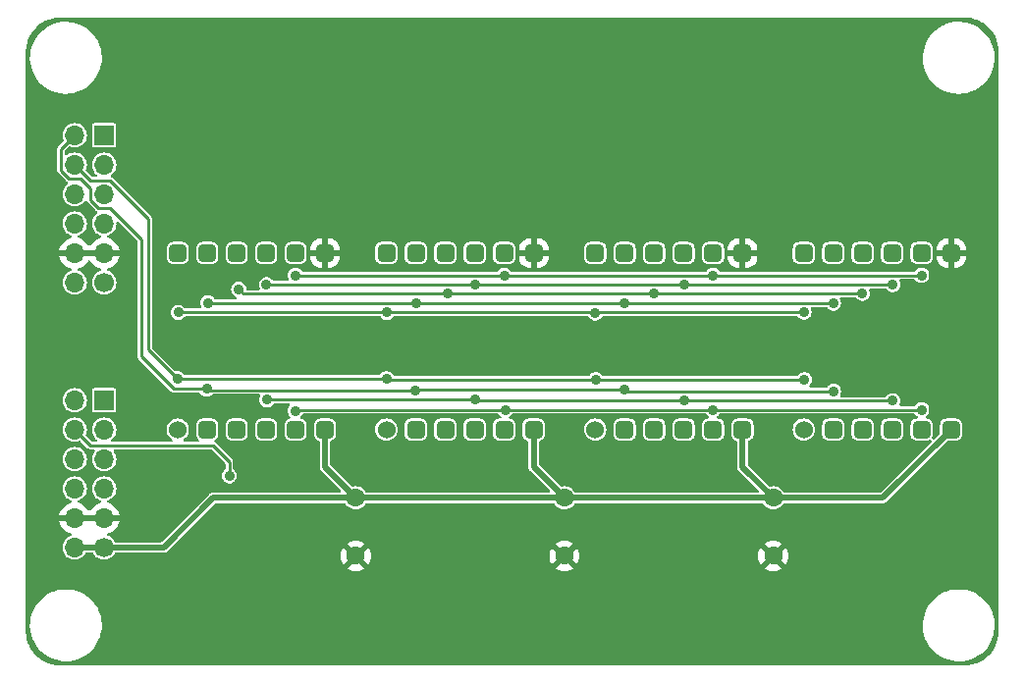
<source format=gbl>
G04 #@! TF.GenerationSoftware,KiCad,Pcbnew,7.0.9*
G04 #@! TF.CreationDate,2024-09-19T22:53:54+02:00*
G04 #@! TF.ProjectId,hpdl_1414_pmod,6870646c-5f31-4343-9134-5f706d6f642e,rev?*
G04 #@! TF.SameCoordinates,Original*
G04 #@! TF.FileFunction,Copper,L2,Bot*
G04 #@! TF.FilePolarity,Positive*
%FSLAX46Y46*%
G04 Gerber Fmt 4.6, Leading zero omitted, Abs format (unit mm)*
G04 Created by KiCad (PCBNEW 7.0.9) date 2024-09-19 22:53:54*
%MOMM*%
%LPD*%
G01*
G04 APERTURE LIST*
G04 Aperture macros list*
%AMRoundRect*
0 Rectangle with rounded corners*
0 $1 Rounding radius*
0 $2 $3 $4 $5 $6 $7 $8 $9 X,Y pos of 4 corners*
0 Add a 4 corners polygon primitive as box body*
4,1,4,$2,$3,$4,$5,$6,$7,$8,$9,$2,$3,0*
0 Add four circle primitives for the rounded corners*
1,1,$1+$1,$2,$3*
1,1,$1+$1,$4,$5*
1,1,$1+$1,$6,$7*
1,1,$1+$1,$8,$9*
0 Add four rect primitives between the rounded corners*
20,1,$1+$1,$2,$3,$4,$5,0*
20,1,$1+$1,$4,$5,$6,$7,0*
20,1,$1+$1,$6,$7,$8,$9,0*
20,1,$1+$1,$8,$9,$2,$3,0*%
G04 Aperture macros list end*
G04 #@! TA.AperFunction,ComponentPad*
%ADD10C,1.600000*%
G04 #@! TD*
G04 #@! TA.AperFunction,ComponentPad*
%ADD11C,1.524000*%
G04 #@! TD*
G04 #@! TA.AperFunction,ComponentPad*
%ADD12RoundRect,0.381000X-0.381000X-0.381000X0.381000X-0.381000X0.381000X0.381000X-0.381000X0.381000X0*%
G04 #@! TD*
G04 #@! TA.AperFunction,ComponentPad*
%ADD13R,1.700000X1.700000*%
G04 #@! TD*
G04 #@! TA.AperFunction,ComponentPad*
%ADD14O,1.700000X1.700000*%
G04 #@! TD*
G04 #@! TA.AperFunction,ComponentPad*
%ADD15C,1.700000*%
G04 #@! TD*
G04 #@! TA.AperFunction,ViaPad*
%ADD16C,0.900000*%
G04 #@! TD*
G04 #@! TA.AperFunction,Conductor*
%ADD17C,0.500000*%
G04 #@! TD*
G04 #@! TA.AperFunction,Conductor*
%ADD18C,0.250000*%
G04 #@! TD*
G04 APERTURE END LIST*
D10*
X146500000Y-85500000D03*
X146500000Y-90500000D03*
D11*
X131150000Y-79620000D03*
D12*
X133690000Y-79620000D03*
X136230000Y-79620000D03*
X138770000Y-79620000D03*
X141310000Y-79620000D03*
X143850000Y-79620000D03*
X143850000Y-64380000D03*
X141310000Y-64380000D03*
X138770000Y-64380000D03*
X136230000Y-64380000D03*
X133690000Y-64380000D03*
X131150000Y-64380000D03*
D11*
X149150000Y-79620000D03*
D12*
X151690000Y-79620000D03*
X154230000Y-79620000D03*
X156770000Y-79620000D03*
X159310000Y-79620000D03*
X161850000Y-79620000D03*
X161850000Y-64380000D03*
X159310000Y-64380000D03*
X156770000Y-64380000D03*
X154230000Y-64380000D03*
X151690000Y-64380000D03*
X149150000Y-64380000D03*
D11*
X113150000Y-79620000D03*
D12*
X115690000Y-79620000D03*
X118230000Y-79620000D03*
X120770000Y-79620000D03*
X123310000Y-79620000D03*
X125850000Y-79620000D03*
X125850000Y-64380000D03*
X123310000Y-64380000D03*
X120770000Y-64380000D03*
X118230000Y-64380000D03*
X115690000Y-64380000D03*
X113150000Y-64380000D03*
D11*
X167150000Y-79620000D03*
D12*
X169690000Y-79620000D03*
X172230000Y-79620000D03*
X174770000Y-79620000D03*
X177310000Y-79620000D03*
X179850000Y-79620000D03*
X179850000Y-64380000D03*
X177310000Y-64380000D03*
X174770000Y-64380000D03*
X172230000Y-64380000D03*
X169690000Y-64380000D03*
X167150000Y-64380000D03*
D13*
X106800000Y-77080000D03*
D14*
X106800000Y-79620000D03*
X106800000Y-82160000D03*
X106800000Y-84700000D03*
X106800000Y-87240000D03*
D15*
X106800000Y-89780000D03*
D14*
X104260000Y-77080000D03*
X104260000Y-79620000D03*
X104260000Y-82160000D03*
X104260000Y-84700000D03*
X104260000Y-87240000D03*
X104260000Y-89780000D03*
D10*
X164500000Y-85500000D03*
X164500000Y-90500000D03*
D13*
X106800000Y-54220000D03*
D14*
X106800000Y-56760000D03*
X106800000Y-59300000D03*
X106800000Y-61840000D03*
X106800000Y-64380000D03*
D15*
X106800000Y-66920000D03*
D14*
X104260000Y-54220000D03*
X104260000Y-56760000D03*
X104260000Y-59300000D03*
X104260000Y-61840000D03*
X104260000Y-64380000D03*
X104260000Y-66920000D03*
D10*
X128500000Y-85500000D03*
X128500000Y-90500000D03*
D16*
X156800000Y-77125500D03*
X120830000Y-77037750D03*
X138830000Y-77037750D03*
X174800000Y-77125500D03*
X177300000Y-77900000D03*
X123300000Y-78000000D03*
X141400000Y-77900000D03*
X159300000Y-77900000D03*
X149150000Y-69550000D03*
X131200000Y-69500000D03*
X113200000Y-69500000D03*
X167150000Y-69474500D03*
X167200000Y-75300000D03*
X131150000Y-75215000D03*
X149200000Y-75300000D03*
X113150000Y-75215000D03*
X151700000Y-76200000D03*
X169700000Y-76300000D03*
X133650000Y-76215000D03*
X115650000Y-76115000D03*
X117600000Y-83600000D03*
X123300000Y-66300000D03*
X177300000Y-66300000D03*
X141300000Y-66300000D03*
X159300000Y-66300000D03*
X156800000Y-67100000D03*
X138800000Y-67074500D03*
X174800000Y-67100000D03*
X120800000Y-67100000D03*
X154200000Y-67900000D03*
X118400000Y-67500000D03*
X136400000Y-67900000D03*
X172200000Y-67874500D03*
X169690000Y-68700000D03*
X133750000Y-68674500D03*
X151690000Y-68710000D03*
X115750000Y-68674500D03*
D17*
X125850000Y-79620000D02*
X125850000Y-82850000D01*
X143850000Y-82850000D02*
X146500000Y-85500000D01*
X125850000Y-82850000D02*
X128500000Y-85500000D01*
X128500000Y-85500000D02*
X146500000Y-85500000D01*
X116200000Y-85500000D02*
X128500000Y-85500000D01*
X164500000Y-85500000D02*
X173970000Y-85500000D01*
X161850000Y-79620000D02*
X161850000Y-82850000D01*
X161850000Y-82850000D02*
X164500000Y-85500000D01*
X173970000Y-85500000D02*
X179850000Y-79620000D01*
X104260000Y-89780000D02*
X106800000Y-89780000D01*
X143850000Y-79620000D02*
X143850000Y-82850000D01*
X111920000Y-89780000D02*
X116200000Y-85500000D01*
X106800000Y-89780000D02*
X111920000Y-89780000D01*
X164500000Y-85500000D02*
X146500000Y-85500000D01*
D18*
X156799500Y-77125000D02*
X138917250Y-77125000D01*
X156800000Y-77125500D02*
X156799500Y-77125000D01*
X138830000Y-77037750D02*
X120830000Y-77037750D01*
X138917250Y-77125000D02*
X138830000Y-77037750D01*
X174800000Y-77125500D02*
X156800000Y-77125500D01*
X141400000Y-77900000D02*
X159300000Y-77900000D01*
X177300000Y-77900000D02*
X159300000Y-77900000D01*
X123400000Y-77900000D02*
X123300000Y-78000000D01*
X141400000Y-77900000D02*
X123400000Y-77900000D01*
X167124500Y-69500000D02*
X149200000Y-69500000D01*
X167150000Y-69474500D02*
X167124500Y-69500000D01*
X131200000Y-69500000D02*
X113200000Y-69500000D01*
X149100000Y-69500000D02*
X131200000Y-69500000D01*
X149150000Y-69550000D02*
X149100000Y-69500000D01*
X149200000Y-69500000D02*
X149150000Y-69550000D01*
X167200000Y-75300000D02*
X149200000Y-75300000D01*
X131150000Y-75215000D02*
X113150000Y-75215000D01*
X110600000Y-61438299D02*
X107286701Y-58125000D01*
X131235000Y-75300000D02*
X131150000Y-75215000D01*
X113150000Y-75215000D02*
X110600000Y-72665000D01*
X105625000Y-58125000D02*
X104260000Y-56760000D01*
X107286701Y-58125000D02*
X105625000Y-58125000D01*
X149200000Y-75300000D02*
X131235000Y-75300000D01*
X110600000Y-72665000D02*
X110600000Y-61438299D01*
X105625000Y-58813299D02*
X104746701Y-57935000D01*
X115650000Y-76115000D02*
X112815000Y-76115000D01*
X151800000Y-76300000D02*
X151700000Y-76200000D01*
X103085000Y-55395000D02*
X104260000Y-54220000D01*
X106313299Y-60475000D02*
X105625000Y-59786701D01*
X105625000Y-59786701D02*
X105625000Y-58813299D01*
X110000000Y-73300000D02*
X110000000Y-63188299D01*
X133650000Y-76215000D02*
X115750000Y-76215000D01*
X110000000Y-63188299D02*
X107286701Y-60475000D01*
X133665000Y-76200000D02*
X133650000Y-76215000D01*
X103085000Y-57246701D02*
X103085000Y-55395000D01*
X104746701Y-57935000D02*
X103773299Y-57935000D01*
X103773299Y-57935000D02*
X103085000Y-57246701D01*
X151700000Y-76200000D02*
X133665000Y-76200000D01*
X107286701Y-60475000D02*
X106313299Y-60475000D01*
X169700000Y-76300000D02*
X151800000Y-76300000D01*
X112815000Y-76115000D02*
X110000000Y-73300000D01*
X117600000Y-83600000D02*
X117600000Y-82400000D01*
X116185000Y-80985000D02*
X105625000Y-80985000D01*
X117600000Y-82400000D02*
X116185000Y-80985000D01*
X105625000Y-80985000D02*
X104260000Y-79620000D01*
X177300000Y-66300000D02*
X159300000Y-66300000D01*
X141300000Y-66300000D02*
X159300000Y-66300000D01*
X123300000Y-66300000D02*
X141300000Y-66300000D01*
X174800000Y-67100000D02*
X156800000Y-67100000D01*
X120800000Y-67100000D02*
X138774500Y-67100000D01*
X138774500Y-67100000D02*
X138800000Y-67074500D01*
X156774500Y-67074500D02*
X156800000Y-67100000D01*
X138800000Y-67074500D02*
X156774500Y-67074500D01*
X172200000Y-67874500D02*
X154225500Y-67874500D01*
X118800000Y-67900000D02*
X136400000Y-67900000D01*
X136400000Y-67900000D02*
X154200000Y-67900000D01*
X118400000Y-67500000D02*
X118800000Y-67900000D01*
X154225500Y-67874500D02*
X154200000Y-67900000D01*
X151690000Y-68710000D02*
X151700000Y-68700000D01*
X133750000Y-68674500D02*
X115750000Y-68674500D01*
X151680000Y-68700000D02*
X151690000Y-68710000D01*
X151700000Y-68700000D02*
X169690000Y-68700000D01*
X133775500Y-68700000D02*
X151680000Y-68700000D01*
X133750000Y-68674500D02*
X133775500Y-68700000D01*
G04 #@! TA.AperFunction,Conductor*
G36*
X106340507Y-87030156D02*
G01*
X106300000Y-87168111D01*
X106300000Y-87311889D01*
X106340507Y-87449844D01*
X106366314Y-87490000D01*
X104693686Y-87490000D01*
X104719493Y-87449844D01*
X104760000Y-87311889D01*
X104760000Y-87168111D01*
X104719493Y-87030156D01*
X104693686Y-86990000D01*
X106366314Y-86990000D01*
X106340507Y-87030156D01*
G37*
G04 #@! TD.AperFunction*
G04 #@! TA.AperFunction,Conductor*
G36*
X106340507Y-64170156D02*
G01*
X106300000Y-64308111D01*
X106300000Y-64451889D01*
X106340507Y-64589844D01*
X106366314Y-64630000D01*
X104693686Y-64630000D01*
X104719493Y-64589844D01*
X104760000Y-64451889D01*
X104760000Y-64308111D01*
X104719493Y-64170156D01*
X104693686Y-64130000D01*
X106366314Y-64130000D01*
X106340507Y-64170156D01*
G37*
G04 #@! TD.AperFunction*
G04 #@! TA.AperFunction,Conductor*
G36*
X181001735Y-44050598D02*
G01*
X181156276Y-44059276D01*
X181326771Y-44068851D01*
X181333661Y-44069627D01*
X181606033Y-44115905D01*
X181652887Y-44123866D01*
X181659671Y-44125414D01*
X181970812Y-44215052D01*
X181977376Y-44217349D01*
X182276531Y-44341262D01*
X182282779Y-44344272D01*
X182528216Y-44479920D01*
X182566184Y-44500904D01*
X182572062Y-44504597D01*
X182836148Y-44691977D01*
X182841571Y-44696301D01*
X182905096Y-44753070D01*
X183083012Y-44912067D01*
X183087932Y-44916987D01*
X183186732Y-45027543D01*
X183303696Y-45158426D01*
X183308024Y-45163853D01*
X183495398Y-45427932D01*
X183499095Y-45433815D01*
X183655723Y-45717211D01*
X183658742Y-45723480D01*
X183782649Y-46022620D01*
X183784947Y-46029187D01*
X183874585Y-46340328D01*
X183876133Y-46347112D01*
X183930370Y-46666324D01*
X183931149Y-46673238D01*
X183949402Y-46998264D01*
X183949500Y-47001741D01*
X183949500Y-96998258D01*
X183949402Y-97001735D01*
X183931149Y-97326761D01*
X183930370Y-97333675D01*
X183876133Y-97652887D01*
X183874585Y-97659671D01*
X183784947Y-97970812D01*
X183782649Y-97977379D01*
X183658742Y-98276519D01*
X183655723Y-98282788D01*
X183499095Y-98566184D01*
X183495393Y-98572076D01*
X183308029Y-98836140D01*
X183303691Y-98841580D01*
X183087932Y-99083012D01*
X183083012Y-99087932D01*
X182841580Y-99303691D01*
X182836140Y-99308029D01*
X182572076Y-99495393D01*
X182566184Y-99499095D01*
X182282788Y-99655723D01*
X182276519Y-99658742D01*
X181977379Y-99782649D01*
X181970812Y-99784947D01*
X181659671Y-99874585D01*
X181652887Y-99876133D01*
X181333675Y-99930370D01*
X181326761Y-99931149D01*
X181001735Y-99949402D01*
X180998258Y-99949500D01*
X103001742Y-99949500D01*
X102998265Y-99949402D01*
X102673238Y-99931149D01*
X102666324Y-99930370D01*
X102347112Y-99876133D01*
X102340328Y-99874585D01*
X102029187Y-99784947D01*
X102022620Y-99782649D01*
X101832992Y-99704103D01*
X101723476Y-99658740D01*
X101717211Y-99655723D01*
X101433815Y-99499095D01*
X101427932Y-99495398D01*
X101163853Y-99308024D01*
X101158426Y-99303696D01*
X100944552Y-99112566D01*
X100916987Y-99087932D01*
X100912067Y-99083012D01*
X100820064Y-98980061D01*
X100696301Y-98841571D01*
X100691977Y-98836148D01*
X100504597Y-98572062D01*
X100500904Y-98566184D01*
X100482953Y-98533704D01*
X100344272Y-98282779D01*
X100341262Y-98276531D01*
X100217349Y-97977376D01*
X100215052Y-97970812D01*
X100125414Y-97659671D01*
X100123866Y-97652887D01*
X100091036Y-97459666D01*
X100069627Y-97333661D01*
X100068851Y-97326771D01*
X100057056Y-97116736D01*
X100050598Y-97001735D01*
X100050500Y-96998258D01*
X100050500Y-96588678D01*
X100395700Y-96588678D01*
X100426044Y-96941961D01*
X100426047Y-96941983D01*
X100496459Y-97289479D01*
X100496465Y-97289501D01*
X100606038Y-97626729D01*
X100753333Y-97949261D01*
X100753338Y-97949271D01*
X100936434Y-98252901D01*
X100936438Y-98252906D01*
X100936443Y-98252915D01*
X100957128Y-98279740D01*
X101152963Y-98533704D01*
X101152975Y-98533718D01*
X101400086Y-98787988D01*
X101400095Y-98787997D01*
X101674595Y-99012455D01*
X101674597Y-99012456D01*
X101972875Y-99204150D01*
X101972881Y-99204153D01*
X101972883Y-99204154D01*
X101972891Y-99204159D01*
X102291096Y-99360609D01*
X102625061Y-99479768D01*
X102970432Y-99560080D01*
X103256953Y-99592955D01*
X103322705Y-99600500D01*
X103322707Y-99600500D01*
X103588578Y-99600500D01*
X103677053Y-99595440D01*
X103854008Y-99585322D01*
X104203400Y-99524857D01*
X104543623Y-99424959D01*
X104870241Y-99286929D01*
X105178995Y-99112568D01*
X105465861Y-98904147D01*
X105727099Y-98664385D01*
X105959304Y-98396407D01*
X106159448Y-98103706D01*
X106324921Y-97790098D01*
X106453568Y-97459672D01*
X106488505Y-97326760D01*
X106543709Y-97116739D01*
X106543710Y-97116736D01*
X106594173Y-96765759D01*
X106599232Y-96588678D01*
X177395700Y-96588678D01*
X177426044Y-96941961D01*
X177426047Y-96941983D01*
X177496459Y-97289479D01*
X177496465Y-97289501D01*
X177606038Y-97626729D01*
X177753333Y-97949261D01*
X177753338Y-97949271D01*
X177936434Y-98252901D01*
X177936438Y-98252906D01*
X177936443Y-98252915D01*
X177957128Y-98279740D01*
X178152963Y-98533704D01*
X178152975Y-98533718D01*
X178400086Y-98787988D01*
X178400095Y-98787997D01*
X178674595Y-99012455D01*
X178674597Y-99012456D01*
X178972875Y-99204150D01*
X178972881Y-99204153D01*
X178972883Y-99204154D01*
X178972891Y-99204159D01*
X179291096Y-99360609D01*
X179625061Y-99479768D01*
X179970432Y-99560080D01*
X180256953Y-99592955D01*
X180322705Y-99600500D01*
X180322707Y-99600500D01*
X180588578Y-99600500D01*
X180677053Y-99595440D01*
X180854008Y-99585322D01*
X181203400Y-99524857D01*
X181543623Y-99424959D01*
X181870241Y-99286929D01*
X182178995Y-99112568D01*
X182465861Y-98904147D01*
X182727099Y-98664385D01*
X182959304Y-98396407D01*
X183159448Y-98103706D01*
X183324921Y-97790098D01*
X183453568Y-97459672D01*
X183488505Y-97326760D01*
X183543709Y-97116739D01*
X183543710Y-97116736D01*
X183594173Y-96765759D01*
X183604299Y-96411317D01*
X183573955Y-96058032D01*
X183573952Y-96058016D01*
X183503540Y-95710520D01*
X183503534Y-95710498D01*
X183448242Y-95540328D01*
X183393964Y-95373277D01*
X183319357Y-95209911D01*
X183246666Y-95050738D01*
X183246661Y-95050728D01*
X183063565Y-94747098D01*
X183063563Y-94747096D01*
X183063557Y-94747085D01*
X182952908Y-94603593D01*
X182847036Y-94466295D01*
X182847024Y-94466281D01*
X182599913Y-94212011D01*
X182599910Y-94212008D01*
X182599905Y-94212003D01*
X182325405Y-93987545D01*
X182325402Y-93987543D01*
X182027124Y-93795849D01*
X182027118Y-93795846D01*
X182027112Y-93795843D01*
X182027109Y-93795841D01*
X181708904Y-93639391D01*
X181708900Y-93639389D01*
X181708899Y-93639389D01*
X181374940Y-93520232D01*
X181181031Y-93475141D01*
X181029568Y-93439920D01*
X180912143Y-93426446D01*
X180677295Y-93399500D01*
X180677293Y-93399500D01*
X180411424Y-93399500D01*
X180411422Y-93399500D01*
X180145995Y-93414677D01*
X179796608Y-93475141D01*
X179796591Y-93475145D01*
X179456380Y-93575040D01*
X179456377Y-93575041D01*
X179304107Y-93639391D01*
X179129766Y-93713068D01*
X179129761Y-93713070D01*
X178821005Y-93887431D01*
X178821002Y-93887433D01*
X178534138Y-94095853D01*
X178272901Y-94335615D01*
X178272900Y-94335616D01*
X178040695Y-94603593D01*
X177840555Y-94896288D01*
X177840548Y-94896299D01*
X177675085Y-95209889D01*
X177675075Y-95209911D01*
X177546429Y-95540333D01*
X177456290Y-95883260D01*
X177405828Y-96234233D01*
X177405826Y-96234253D01*
X177395700Y-96588671D01*
X177395700Y-96588678D01*
X106599232Y-96588678D01*
X106604299Y-96411317D01*
X106573955Y-96058032D01*
X106573952Y-96058016D01*
X106503540Y-95710520D01*
X106503534Y-95710498D01*
X106448242Y-95540328D01*
X106393964Y-95373277D01*
X106319357Y-95209911D01*
X106246666Y-95050738D01*
X106246661Y-95050728D01*
X106063565Y-94747098D01*
X106063563Y-94747096D01*
X106063557Y-94747085D01*
X105952908Y-94603593D01*
X105847036Y-94466295D01*
X105847024Y-94466281D01*
X105599913Y-94212011D01*
X105599910Y-94212008D01*
X105599905Y-94212003D01*
X105325405Y-93987545D01*
X105325402Y-93987543D01*
X105027124Y-93795849D01*
X105027118Y-93795846D01*
X105027112Y-93795843D01*
X105027109Y-93795841D01*
X104708904Y-93639391D01*
X104708900Y-93639389D01*
X104708899Y-93639389D01*
X104374940Y-93520232D01*
X104181031Y-93475141D01*
X104029568Y-93439920D01*
X103912143Y-93426446D01*
X103677295Y-93399500D01*
X103677293Y-93399500D01*
X103411424Y-93399500D01*
X103411422Y-93399500D01*
X103145995Y-93414677D01*
X102796608Y-93475141D01*
X102796591Y-93475145D01*
X102456380Y-93575040D01*
X102456377Y-93575041D01*
X102304107Y-93639391D01*
X102129766Y-93713068D01*
X102129761Y-93713070D01*
X101821005Y-93887431D01*
X101821002Y-93887433D01*
X101534138Y-94095853D01*
X101272901Y-94335615D01*
X101272900Y-94335616D01*
X101040695Y-94603593D01*
X100840555Y-94896288D01*
X100840548Y-94896299D01*
X100675085Y-95209889D01*
X100675075Y-95209911D01*
X100546429Y-95540333D01*
X100456290Y-95883260D01*
X100405828Y-96234233D01*
X100405826Y-96234253D01*
X100395700Y-96588671D01*
X100395700Y-96588678D01*
X100050500Y-96588678D01*
X100050500Y-82160000D01*
X103204417Y-82160000D01*
X103224699Y-82365932D01*
X103226295Y-82371193D01*
X103284768Y-82563954D01*
X103382315Y-82746450D01*
X103382317Y-82746452D01*
X103513589Y-82906410D01*
X103583156Y-82963501D01*
X103673550Y-83037685D01*
X103856046Y-83135232D01*
X104054066Y-83195300D01*
X104054065Y-83195300D01*
X104072529Y-83197118D01*
X104260000Y-83215583D01*
X104465934Y-83195300D01*
X104663954Y-83135232D01*
X104846450Y-83037685D01*
X105006410Y-82906410D01*
X105137685Y-82746450D01*
X105235232Y-82563954D01*
X105295300Y-82365934D01*
X105315583Y-82160000D01*
X105295300Y-81954066D01*
X105235232Y-81756046D01*
X105137685Y-81573550D01*
X105038053Y-81452147D01*
X105006410Y-81413589D01*
X104862622Y-81295587D01*
X104846450Y-81282315D01*
X104663954Y-81184768D01*
X104465934Y-81124700D01*
X104465932Y-81124699D01*
X104465934Y-81124699D01*
X104260000Y-81104417D01*
X104054067Y-81124699D01*
X103856043Y-81184769D01*
X103817985Y-81205112D01*
X103673550Y-81282315D01*
X103673548Y-81282316D01*
X103673547Y-81282317D01*
X103513589Y-81413589D01*
X103382317Y-81573547D01*
X103284769Y-81756043D01*
X103224699Y-81954067D01*
X103204417Y-82160000D01*
X100050500Y-82160000D01*
X100050500Y-79620000D01*
X103204417Y-79620000D01*
X103224699Y-79825932D01*
X103224700Y-79825934D01*
X103284768Y-80023954D01*
X103382315Y-80206450D01*
X103382317Y-80206452D01*
X103513589Y-80366410D01*
X103573687Y-80415730D01*
X103673550Y-80497685D01*
X103856046Y-80595232D01*
X104054066Y-80655300D01*
X104054065Y-80655300D01*
X104071032Y-80656971D01*
X104260000Y-80675583D01*
X104465934Y-80655300D01*
X104663954Y-80595232D01*
X104663962Y-80595227D01*
X104665850Y-80594446D01*
X104666924Y-80594330D01*
X104669784Y-80593463D01*
X104669948Y-80594004D01*
X104735318Y-80586970D01*
X104797801Y-80618238D01*
X104800995Y-80621321D01*
X105382863Y-81203189D01*
X105386518Y-81207178D01*
X105412541Y-81238190D01*
X105412543Y-81238191D01*
X105412545Y-81238194D01*
X105412547Y-81238195D01*
X105412548Y-81238196D01*
X105447599Y-81258433D01*
X105452162Y-81261339D01*
X105485316Y-81284554D01*
X105485319Y-81284554D01*
X105490176Y-81286820D01*
X105506942Y-81293764D01*
X105511951Y-81295587D01*
X105511954Y-81295587D01*
X105511955Y-81295588D01*
X105551833Y-81302619D01*
X105557065Y-81303778D01*
X105596194Y-81314264D01*
X105636523Y-81310735D01*
X105641925Y-81310500D01*
X105876018Y-81310500D01*
X105943057Y-81330185D01*
X105988812Y-81382989D01*
X105998756Y-81452147D01*
X105971871Y-81513165D01*
X105922317Y-81573546D01*
X105824769Y-81756043D01*
X105764699Y-81954067D01*
X105744417Y-82160000D01*
X105764699Y-82365932D01*
X105766295Y-82371193D01*
X105824768Y-82563954D01*
X105922315Y-82746450D01*
X105922317Y-82746452D01*
X106053589Y-82906410D01*
X106123156Y-82963501D01*
X106213550Y-83037685D01*
X106396046Y-83135232D01*
X106594066Y-83195300D01*
X106594065Y-83195300D01*
X106612529Y-83197118D01*
X106800000Y-83215583D01*
X107005934Y-83195300D01*
X107203954Y-83135232D01*
X107386450Y-83037685D01*
X107546410Y-82906410D01*
X107677685Y-82746450D01*
X107775232Y-82563954D01*
X107835300Y-82365934D01*
X107855583Y-82160000D01*
X107835300Y-81954066D01*
X107775232Y-81756046D01*
X107677685Y-81573550D01*
X107628129Y-81513165D01*
X107600816Y-81448855D01*
X107612607Y-81379987D01*
X107659760Y-81328427D01*
X107723982Y-81310500D01*
X115998812Y-81310500D01*
X116065851Y-81330185D01*
X116086493Y-81346819D01*
X117238181Y-82498507D01*
X117271666Y-82559830D01*
X117274500Y-82586188D01*
X117274500Y-82963501D01*
X117254815Y-83030540D01*
X117232727Y-83056317D01*
X117227760Y-83060716D01*
X117227760Y-83060717D01*
X117160231Y-83120542D01*
X117109516Y-83165471D01*
X117019781Y-83295475D01*
X117019780Y-83295476D01*
X116963762Y-83443181D01*
X116944722Y-83599999D01*
X116944722Y-83600000D01*
X116963762Y-83756818D01*
X116988603Y-83822317D01*
X117019780Y-83904523D01*
X117109517Y-84034530D01*
X117227760Y-84139283D01*
X117227762Y-84139284D01*
X117367634Y-84212696D01*
X117521014Y-84250500D01*
X117521015Y-84250500D01*
X117678985Y-84250500D01*
X117832365Y-84212696D01*
X117972240Y-84139283D01*
X118090483Y-84034530D01*
X118180220Y-83904523D01*
X118236237Y-83756818D01*
X118255278Y-83600000D01*
X118236237Y-83443182D01*
X118180220Y-83295477D01*
X118090483Y-83165470D01*
X117972240Y-83060717D01*
X117972239Y-83060716D01*
X117967273Y-83056317D01*
X117930146Y-82997127D01*
X117925500Y-82963501D01*
X117925500Y-82416912D01*
X117925736Y-82411506D01*
X117929263Y-82371191D01*
X117918785Y-82332090D01*
X117917618Y-82326830D01*
X117910588Y-82286955D01*
X117910587Y-82286953D01*
X117908760Y-82281933D01*
X117901820Y-82265176D01*
X117899554Y-82260319D01*
X117899554Y-82260316D01*
X117876337Y-82227159D01*
X117873435Y-82222605D01*
X117853194Y-82187545D01*
X117822182Y-82161522D01*
X117818210Y-82157883D01*
X116427119Y-80766793D01*
X116423474Y-80762814D01*
X116397456Y-80731806D01*
X116373486Y-80717967D01*
X116325271Y-80667399D01*
X116312050Y-80598792D01*
X116338019Y-80533927D01*
X116360002Y-80512205D01*
X116364257Y-80508939D01*
X116364259Y-80508939D01*
X116485731Y-80415731D01*
X116578939Y-80294259D01*
X116637533Y-80152802D01*
X116652499Y-80039123D01*
X117267500Y-80039123D01*
X117282467Y-80152801D01*
X117282467Y-80152802D01*
X117341060Y-80294258D01*
X117341061Y-80294259D01*
X117434269Y-80415731D01*
X117555741Y-80508939D01*
X117697198Y-80567533D01*
X117810884Y-80582500D01*
X117810891Y-80582500D01*
X118649109Y-80582500D01*
X118649116Y-80582500D01*
X118762802Y-80567533D01*
X118904259Y-80508939D01*
X119025731Y-80415731D01*
X119118939Y-80294259D01*
X119177533Y-80152802D01*
X119192499Y-80039123D01*
X119807500Y-80039123D01*
X119822467Y-80152801D01*
X119822467Y-80152802D01*
X119881060Y-80294258D01*
X119881061Y-80294259D01*
X119974269Y-80415731D01*
X120095741Y-80508939D01*
X120237198Y-80567533D01*
X120350884Y-80582500D01*
X120350891Y-80582500D01*
X121189109Y-80582500D01*
X121189116Y-80582500D01*
X121302802Y-80567533D01*
X121444259Y-80508939D01*
X121565731Y-80415731D01*
X121658939Y-80294259D01*
X121717533Y-80152802D01*
X121732500Y-80039116D01*
X121732500Y-79200884D01*
X121717533Y-79087198D01*
X121658939Y-78945741D01*
X121565731Y-78824269D01*
X121444259Y-78731061D01*
X121444258Y-78731060D01*
X121361395Y-78696737D01*
X121302802Y-78672467D01*
X121286828Y-78670364D01*
X121189123Y-78657500D01*
X121189116Y-78657500D01*
X120350884Y-78657500D01*
X120350876Y-78657500D01*
X120237198Y-78672467D01*
X120237197Y-78672467D01*
X120095741Y-78731060D01*
X119974269Y-78824269D01*
X119881060Y-78945741D01*
X119822467Y-79087197D01*
X119822467Y-79087198D01*
X119807500Y-79200876D01*
X119807500Y-80039123D01*
X119192499Y-80039123D01*
X119192500Y-80039116D01*
X119192500Y-79200884D01*
X119177533Y-79087198D01*
X119118939Y-78945741D01*
X119025731Y-78824269D01*
X118904259Y-78731061D01*
X118904258Y-78731060D01*
X118821395Y-78696737D01*
X118762802Y-78672467D01*
X118746828Y-78670364D01*
X118649123Y-78657500D01*
X118649116Y-78657500D01*
X117810884Y-78657500D01*
X117810876Y-78657500D01*
X117697198Y-78672467D01*
X117697197Y-78672467D01*
X117555741Y-78731060D01*
X117434269Y-78824269D01*
X117341060Y-78945741D01*
X117282467Y-79087197D01*
X117282467Y-79087198D01*
X117267500Y-79200876D01*
X117267500Y-80039123D01*
X116652499Y-80039123D01*
X116652500Y-80039116D01*
X116652500Y-79200884D01*
X116637533Y-79087198D01*
X116578939Y-78945741D01*
X116485731Y-78824269D01*
X116364259Y-78731061D01*
X116364258Y-78731060D01*
X116281395Y-78696737D01*
X116222802Y-78672467D01*
X116206828Y-78670364D01*
X116109123Y-78657500D01*
X116109116Y-78657500D01*
X115270884Y-78657500D01*
X115270876Y-78657500D01*
X115157198Y-78672467D01*
X115157197Y-78672467D01*
X115015741Y-78731060D01*
X114894269Y-78824269D01*
X114801060Y-78945741D01*
X114742467Y-79087197D01*
X114742467Y-79087198D01*
X114727500Y-79200876D01*
X114727500Y-80039123D01*
X114742467Y-80152801D01*
X114742467Y-80152802D01*
X114801060Y-80294258D01*
X114847302Y-80354523D01*
X114894269Y-80415731D01*
X114922151Y-80437125D01*
X114963352Y-80493552D01*
X114967507Y-80563299D01*
X114933294Y-80624219D01*
X114871577Y-80656971D01*
X114846663Y-80659500D01*
X113742074Y-80659500D01*
X113675035Y-80639815D01*
X113629280Y-80587011D01*
X113619336Y-80517853D01*
X113648361Y-80454297D01*
X113683623Y-80426141D01*
X113687318Y-80424165D01*
X113687324Y-80424162D01*
X113833883Y-80303883D01*
X113954162Y-80157324D01*
X114043537Y-79990115D01*
X114098573Y-79808683D01*
X114117157Y-79620000D01*
X114098573Y-79431317D01*
X114043537Y-79249885D01*
X114017349Y-79200890D01*
X113954165Y-79082681D01*
X113954161Y-79082674D01*
X113833883Y-78936116D01*
X113687325Y-78815838D01*
X113687318Y-78815834D01*
X113520122Y-78726466D01*
X113520119Y-78726465D01*
X113520118Y-78726464D01*
X113520115Y-78726463D01*
X113338683Y-78671427D01*
X113338681Y-78671426D01*
X113338683Y-78671426D01*
X113150000Y-78652843D01*
X112961318Y-78671426D01*
X112854194Y-78703921D01*
X112779885Y-78726463D01*
X112779882Y-78726464D01*
X112779880Y-78726465D01*
X112779877Y-78726466D01*
X112612681Y-78815834D01*
X112612674Y-78815838D01*
X112466116Y-78936116D01*
X112345838Y-79082674D01*
X112345834Y-79082681D01*
X112256466Y-79249877D01*
X112256465Y-79249880D01*
X112201426Y-79431318D01*
X112182843Y-79620000D01*
X112201426Y-79808681D01*
X112201427Y-79808683D01*
X112256463Y-79990115D01*
X112256464Y-79990118D01*
X112256465Y-79990119D01*
X112256466Y-79990122D01*
X112345834Y-80157318D01*
X112345838Y-80157325D01*
X112466116Y-80303883D01*
X112612674Y-80424161D01*
X112612681Y-80424165D01*
X112616377Y-80426141D01*
X112666222Y-80475102D01*
X112681684Y-80543239D01*
X112657854Y-80608920D01*
X112602297Y-80651290D01*
X112557926Y-80659500D01*
X107535836Y-80659500D01*
X107468797Y-80639815D01*
X107423042Y-80587011D01*
X107413098Y-80517853D01*
X107442123Y-80454297D01*
X107457171Y-80439647D01*
X107503351Y-80401747D01*
X107546410Y-80366410D01*
X107677685Y-80206450D01*
X107775232Y-80023954D01*
X107835300Y-79825934D01*
X107855583Y-79620000D01*
X107835300Y-79414066D01*
X107775232Y-79216046D01*
X107677685Y-79033550D01*
X107625702Y-78970209D01*
X107546410Y-78873589D01*
X107386452Y-78742317D01*
X107386453Y-78742317D01*
X107386450Y-78742315D01*
X107203954Y-78644768D01*
X107005934Y-78584700D01*
X107005932Y-78584699D01*
X107005934Y-78584699D01*
X106800000Y-78564417D01*
X106594067Y-78584699D01*
X106396043Y-78644769D01*
X106344227Y-78672466D01*
X106213550Y-78742315D01*
X106213548Y-78742316D01*
X106213547Y-78742317D01*
X106053589Y-78873589D01*
X105922317Y-79033547D01*
X105922315Y-79033550D01*
X105896054Y-79082681D01*
X105824769Y-79216043D01*
X105764699Y-79414067D01*
X105744417Y-79620000D01*
X105764699Y-79825932D01*
X105764700Y-79825934D01*
X105824768Y-80023954D01*
X105922315Y-80206450D01*
X105922317Y-80206452D01*
X106053590Y-80366410D01*
X106142829Y-80439647D01*
X106182163Y-80497392D01*
X106184034Y-80567237D01*
X106147847Y-80627005D01*
X106085091Y-80657721D01*
X106064164Y-80659500D01*
X105811188Y-80659500D01*
X105744149Y-80639815D01*
X105723507Y-80623181D01*
X105261321Y-80160995D01*
X105227836Y-80099672D01*
X105232820Y-80029980D01*
X105234446Y-80025850D01*
X105235227Y-80023962D01*
X105235232Y-80023954D01*
X105295300Y-79825934D01*
X105315583Y-79620000D01*
X105295300Y-79414066D01*
X105235232Y-79216046D01*
X105137685Y-79033550D01*
X105085702Y-78970209D01*
X105006410Y-78873589D01*
X104846452Y-78742317D01*
X104846453Y-78742317D01*
X104846450Y-78742315D01*
X104663954Y-78644768D01*
X104465934Y-78584700D01*
X104465932Y-78584699D01*
X104465934Y-78584699D01*
X104260000Y-78564417D01*
X104054067Y-78584699D01*
X103856043Y-78644769D01*
X103804227Y-78672466D01*
X103673550Y-78742315D01*
X103673548Y-78742316D01*
X103673547Y-78742317D01*
X103513589Y-78873589D01*
X103382317Y-79033547D01*
X103382315Y-79033550D01*
X103356054Y-79082681D01*
X103284769Y-79216043D01*
X103224699Y-79414067D01*
X103204417Y-79620000D01*
X100050500Y-79620000D01*
X100050500Y-77080000D01*
X103204417Y-77080000D01*
X103224699Y-77285932D01*
X103241790Y-77342273D01*
X103284768Y-77483954D01*
X103382315Y-77666450D01*
X103382317Y-77666452D01*
X103513589Y-77826410D01*
X103603259Y-77899999D01*
X103673550Y-77957685D01*
X103856046Y-78055232D01*
X104054066Y-78115300D01*
X104054065Y-78115300D01*
X104072529Y-78117118D01*
X104260000Y-78135583D01*
X104465934Y-78115300D01*
X104663954Y-78055232D01*
X104846450Y-77957685D01*
X104856116Y-77949752D01*
X105749500Y-77949752D01*
X105761131Y-78008229D01*
X105761132Y-78008230D01*
X105805447Y-78074552D01*
X105871769Y-78118867D01*
X105871770Y-78118868D01*
X105930247Y-78130499D01*
X105930250Y-78130500D01*
X105930252Y-78130500D01*
X107669750Y-78130500D01*
X107669751Y-78130499D01*
X107684568Y-78127552D01*
X107728229Y-78118868D01*
X107728229Y-78118867D01*
X107728231Y-78118867D01*
X107794552Y-78074552D01*
X107838867Y-78008231D01*
X107838867Y-78008229D01*
X107838868Y-78008229D01*
X107850499Y-77949752D01*
X107850500Y-77949750D01*
X107850500Y-76210249D01*
X107850499Y-76210247D01*
X107838868Y-76151770D01*
X107838867Y-76151769D01*
X107794552Y-76085447D01*
X107728230Y-76041132D01*
X107728229Y-76041131D01*
X107669752Y-76029500D01*
X107669748Y-76029500D01*
X105930252Y-76029500D01*
X105930247Y-76029500D01*
X105871770Y-76041131D01*
X105871769Y-76041132D01*
X105805447Y-76085447D01*
X105761132Y-76151769D01*
X105761131Y-76151770D01*
X105749500Y-76210247D01*
X105749500Y-77949752D01*
X104856116Y-77949752D01*
X105006410Y-77826410D01*
X105137685Y-77666450D01*
X105235232Y-77483954D01*
X105295300Y-77285934D01*
X105315583Y-77080000D01*
X105295300Y-76874066D01*
X105235232Y-76676046D01*
X105137685Y-76493550D01*
X105072855Y-76414554D01*
X105006410Y-76333589D01*
X104856121Y-76210252D01*
X104846450Y-76202315D01*
X104663954Y-76104768D01*
X104465934Y-76044700D01*
X104465932Y-76044699D01*
X104465934Y-76044699D01*
X104260000Y-76024417D01*
X104054067Y-76044699D01*
X103856043Y-76104769D01*
X103784181Y-76143181D01*
X103673550Y-76202315D01*
X103673548Y-76202316D01*
X103673547Y-76202317D01*
X103513589Y-76333589D01*
X103382317Y-76493547D01*
X103382315Y-76493550D01*
X103354715Y-76545185D01*
X103284769Y-76676043D01*
X103224699Y-76874067D01*
X103204417Y-77080000D01*
X100050500Y-77080000D01*
X100050500Y-57275509D01*
X102755735Y-57275509D01*
X102766212Y-57314611D01*
X102767383Y-57319891D01*
X102774411Y-57359744D01*
X102776235Y-57364756D01*
X102783197Y-57381562D01*
X102785445Y-57386382D01*
X102785446Y-57386385D01*
X102799452Y-57406388D01*
X102808655Y-57419532D01*
X102811561Y-57424093D01*
X102831806Y-57459156D01*
X102862815Y-57485176D01*
X102866805Y-57488832D01*
X103531162Y-58153189D01*
X103534817Y-58157178D01*
X103560840Y-58188190D01*
X103560842Y-58188191D01*
X103560844Y-58188194D01*
X103560846Y-58188195D01*
X103560847Y-58188196D01*
X103595898Y-58208433D01*
X103600462Y-58211340D01*
X103642502Y-58240777D01*
X103640515Y-58243613D01*
X103678845Y-58277341D01*
X103698017Y-58344529D01*
X103677822Y-58411416D01*
X103652686Y-58439436D01*
X103513590Y-58553589D01*
X103382317Y-58713547D01*
X103284769Y-58896043D01*
X103224699Y-59094067D01*
X103204417Y-59300000D01*
X103224699Y-59505932D01*
X103224700Y-59505934D01*
X103284768Y-59703954D01*
X103382315Y-59886450D01*
X103382317Y-59886452D01*
X103513589Y-60046410D01*
X103531821Y-60061372D01*
X103673550Y-60177685D01*
X103856046Y-60275232D01*
X104054066Y-60335300D01*
X104054065Y-60335300D01*
X104072529Y-60337118D01*
X104260000Y-60355583D01*
X104465934Y-60335300D01*
X104663954Y-60275232D01*
X104846450Y-60177685D01*
X105006410Y-60046410D01*
X105120563Y-59907313D01*
X105178308Y-59867979D01*
X105248152Y-59866108D01*
X105307921Y-59902295D01*
X105318439Y-59918050D01*
X105319225Y-59917500D01*
X105348655Y-59959532D01*
X105351561Y-59964093D01*
X105371806Y-59999156D01*
X105402815Y-60025176D01*
X105406805Y-60028832D01*
X106071162Y-60693189D01*
X106074817Y-60697178D01*
X106100840Y-60728190D01*
X106100842Y-60728191D01*
X106100844Y-60728194D01*
X106100846Y-60728195D01*
X106100847Y-60728196D01*
X106135898Y-60748433D01*
X106140462Y-60751340D01*
X106182502Y-60780777D01*
X106180515Y-60783613D01*
X106218845Y-60817341D01*
X106238017Y-60884529D01*
X106217822Y-60951416D01*
X106192686Y-60979436D01*
X106053590Y-61093589D01*
X105922317Y-61253547D01*
X105922315Y-61253550D01*
X105895634Y-61303467D01*
X105824769Y-61436043D01*
X105824768Y-61436045D01*
X105824768Y-61436046D01*
X105818955Y-61455208D01*
X105764699Y-61634067D01*
X105744417Y-61840000D01*
X105764699Y-62045932D01*
X105764700Y-62045934D01*
X105824768Y-62243954D01*
X105922315Y-62426450D01*
X105922317Y-62426452D01*
X106053589Y-62586410D01*
X106150209Y-62665702D01*
X106213550Y-62717685D01*
X106396046Y-62815232D01*
X106462551Y-62835405D01*
X106520989Y-62873702D01*
X106549446Y-62937514D01*
X106538887Y-63006581D01*
X106492663Y-63058975D01*
X106458650Y-63073841D01*
X106336514Y-63106567D01*
X106336507Y-63106570D01*
X106122422Y-63206399D01*
X106122420Y-63206400D01*
X105928926Y-63341886D01*
X105928920Y-63341891D01*
X105761891Y-63508920D01*
X105761890Y-63508922D01*
X105631575Y-63695031D01*
X105576998Y-63738655D01*
X105507499Y-63745848D01*
X105445145Y-63714326D01*
X105428425Y-63695031D01*
X105298109Y-63508922D01*
X105298108Y-63508920D01*
X105131082Y-63341894D01*
X104937578Y-63206399D01*
X104723492Y-63106570D01*
X104723486Y-63106567D01*
X104601349Y-63073841D01*
X104541689Y-63037476D01*
X104511160Y-62974629D01*
X104519455Y-62905253D01*
X104563940Y-62851375D01*
X104597444Y-62835407D01*
X104663954Y-62815232D01*
X104846450Y-62717685D01*
X105006410Y-62586410D01*
X105137685Y-62426450D01*
X105235232Y-62243954D01*
X105295300Y-62045934D01*
X105315583Y-61840000D01*
X105295300Y-61634066D01*
X105235232Y-61436046D01*
X105137685Y-61253550D01*
X105085702Y-61190209D01*
X105006410Y-61093589D01*
X104846452Y-60962317D01*
X104846453Y-60962317D01*
X104846450Y-60962315D01*
X104663954Y-60864768D01*
X104465934Y-60804700D01*
X104465932Y-60804699D01*
X104465934Y-60804699D01*
X104260000Y-60784417D01*
X104054067Y-60804699D01*
X103856043Y-60864769D01*
X103745898Y-60923643D01*
X103673550Y-60962315D01*
X103673548Y-60962316D01*
X103673547Y-60962317D01*
X103513589Y-61093589D01*
X103382317Y-61253547D01*
X103382315Y-61253550D01*
X103355634Y-61303467D01*
X103284769Y-61436043D01*
X103284768Y-61436045D01*
X103284768Y-61436046D01*
X103278955Y-61455208D01*
X103224699Y-61634067D01*
X103204417Y-61840000D01*
X103224699Y-62045932D01*
X103224700Y-62045934D01*
X103284768Y-62243954D01*
X103382315Y-62426450D01*
X103382317Y-62426452D01*
X103513589Y-62586410D01*
X103610209Y-62665702D01*
X103673550Y-62717685D01*
X103856046Y-62815232D01*
X103922551Y-62835405D01*
X103980989Y-62873702D01*
X104009446Y-62937514D01*
X103998887Y-63006581D01*
X103952663Y-63058975D01*
X103918650Y-63073841D01*
X103796514Y-63106567D01*
X103796507Y-63106570D01*
X103582422Y-63206399D01*
X103582420Y-63206400D01*
X103388926Y-63341886D01*
X103388920Y-63341891D01*
X103221891Y-63508920D01*
X103221886Y-63508926D01*
X103086400Y-63702420D01*
X103086399Y-63702422D01*
X102986570Y-63916507D01*
X102986567Y-63916513D01*
X102929364Y-64129999D01*
X102929364Y-64130000D01*
X103826314Y-64130000D01*
X103800507Y-64170156D01*
X103760000Y-64308111D01*
X103760000Y-64451889D01*
X103800507Y-64589844D01*
X103826314Y-64630000D01*
X102929364Y-64630000D01*
X102986567Y-64843486D01*
X102986570Y-64843492D01*
X103086399Y-65057578D01*
X103221894Y-65251082D01*
X103388917Y-65418105D01*
X103582421Y-65553600D01*
X103796507Y-65653429D01*
X103796516Y-65653433D01*
X103918649Y-65686158D01*
X103978310Y-65722523D01*
X104008839Y-65785369D01*
X104000545Y-65854745D01*
X103956059Y-65908623D01*
X103922552Y-65924593D01*
X103856046Y-65944767D01*
X103725358Y-66014622D01*
X103673550Y-66042315D01*
X103673548Y-66042316D01*
X103673547Y-66042317D01*
X103513589Y-66173589D01*
X103382317Y-66333547D01*
X103284769Y-66516043D01*
X103224699Y-66714067D01*
X103204417Y-66920000D01*
X103224699Y-67125932D01*
X103224700Y-67125934D01*
X103284768Y-67323954D01*
X103382315Y-67506450D01*
X103416969Y-67548677D01*
X103513589Y-67666410D01*
X103569990Y-67712696D01*
X103673550Y-67797685D01*
X103856046Y-67895232D01*
X104054066Y-67955300D01*
X104054065Y-67955300D01*
X104072529Y-67957118D01*
X104260000Y-67975583D01*
X104465934Y-67955300D01*
X104663954Y-67895232D01*
X104846450Y-67797685D01*
X105006410Y-67666410D01*
X105137685Y-67506450D01*
X105235232Y-67323954D01*
X105295300Y-67125934D01*
X105315583Y-66920000D01*
X105295300Y-66714066D01*
X105235232Y-66516046D01*
X105137685Y-66333550D01*
X105085702Y-66270209D01*
X105006410Y-66173589D01*
X104846452Y-66042317D01*
X104846453Y-66042317D01*
X104846450Y-66042315D01*
X104663954Y-65944768D01*
X104597447Y-65924593D01*
X104539009Y-65886296D01*
X104510553Y-65822484D01*
X104521113Y-65753417D01*
X104567337Y-65701023D01*
X104601350Y-65686158D01*
X104723483Y-65653433D01*
X104723492Y-65653429D01*
X104937578Y-65553600D01*
X105131082Y-65418105D01*
X105298105Y-65251082D01*
X105428425Y-65064968D01*
X105483002Y-65021344D01*
X105552501Y-65014151D01*
X105614855Y-65045673D01*
X105631575Y-65064968D01*
X105761894Y-65251082D01*
X105928917Y-65418105D01*
X106122421Y-65553600D01*
X106336507Y-65653429D01*
X106336516Y-65653433D01*
X106458649Y-65686158D01*
X106518310Y-65722523D01*
X106548839Y-65785369D01*
X106540545Y-65854745D01*
X106496059Y-65908623D01*
X106462552Y-65924593D01*
X106396046Y-65944767D01*
X106265358Y-66014622D01*
X106213550Y-66042315D01*
X106213548Y-66042316D01*
X106213547Y-66042317D01*
X106053589Y-66173589D01*
X105922317Y-66333547D01*
X105824769Y-66516043D01*
X105764699Y-66714067D01*
X105744417Y-66920000D01*
X105764699Y-67125932D01*
X105764700Y-67125934D01*
X105824768Y-67323954D01*
X105922315Y-67506450D01*
X105956969Y-67548677D01*
X106053589Y-67666410D01*
X106109990Y-67712696D01*
X106213550Y-67797685D01*
X106396046Y-67895232D01*
X106594066Y-67955300D01*
X106594065Y-67955300D01*
X106612529Y-67957118D01*
X106800000Y-67975583D01*
X107005934Y-67955300D01*
X107203954Y-67895232D01*
X107386450Y-67797685D01*
X107546410Y-67666410D01*
X107677685Y-67506450D01*
X107775232Y-67323954D01*
X107835300Y-67125934D01*
X107855583Y-66920000D01*
X107835300Y-66714066D01*
X107775232Y-66516046D01*
X107677685Y-66333550D01*
X107625702Y-66270209D01*
X107546410Y-66173589D01*
X107386452Y-66042317D01*
X107386453Y-66042317D01*
X107386450Y-66042315D01*
X107203954Y-65944768D01*
X107137447Y-65924593D01*
X107079009Y-65886296D01*
X107050553Y-65822484D01*
X107061113Y-65753417D01*
X107107337Y-65701023D01*
X107141350Y-65686158D01*
X107263483Y-65653433D01*
X107263492Y-65653429D01*
X107477578Y-65553600D01*
X107671082Y-65418105D01*
X107838105Y-65251082D01*
X107973600Y-65057578D01*
X108073429Y-64843492D01*
X108073432Y-64843486D01*
X108130636Y-64630000D01*
X107233686Y-64630000D01*
X107259493Y-64589844D01*
X107300000Y-64451889D01*
X107300000Y-64308111D01*
X107259493Y-64170156D01*
X107233686Y-64130000D01*
X108130636Y-64130000D01*
X108130635Y-64129999D01*
X108073432Y-63916513D01*
X108073429Y-63916507D01*
X107973600Y-63702422D01*
X107973599Y-63702420D01*
X107838113Y-63508926D01*
X107838108Y-63508920D01*
X107671082Y-63341894D01*
X107477578Y-63206399D01*
X107263492Y-63106570D01*
X107263486Y-63106567D01*
X107141349Y-63073841D01*
X107081689Y-63037476D01*
X107051160Y-62974629D01*
X107059455Y-62905253D01*
X107103940Y-62851375D01*
X107137444Y-62835407D01*
X107203954Y-62815232D01*
X107386450Y-62717685D01*
X107546410Y-62586410D01*
X107677685Y-62426450D01*
X107775232Y-62243954D01*
X107835300Y-62045934D01*
X107855583Y-61840000D01*
X107852865Y-61812408D01*
X107865883Y-61743765D01*
X107913947Y-61693054D01*
X107981798Y-61676378D01*
X108047893Y-61699033D01*
X108063949Y-61712574D01*
X109638181Y-63286806D01*
X109671666Y-63348129D01*
X109674500Y-63374487D01*
X109674500Y-73283078D01*
X109674264Y-73288485D01*
X109670735Y-73328808D01*
X109681212Y-73367910D01*
X109682383Y-73373190D01*
X109689411Y-73413043D01*
X109691235Y-73418055D01*
X109698197Y-73434861D01*
X109700445Y-73439681D01*
X109700446Y-73439684D01*
X109714452Y-73459687D01*
X109723655Y-73472831D01*
X109726561Y-73477392D01*
X109746806Y-73512455D01*
X109777815Y-73538475D01*
X109781805Y-73542131D01*
X112572868Y-76333195D01*
X112576523Y-76337184D01*
X112602541Y-76368190D01*
X112602543Y-76368191D01*
X112602545Y-76368194D01*
X112637605Y-76388435D01*
X112642159Y-76391337D01*
X112675316Y-76414554D01*
X112675319Y-76414554D01*
X112680176Y-76416820D01*
X112696933Y-76423760D01*
X112701953Y-76425587D01*
X112701955Y-76425588D01*
X112741830Y-76432618D01*
X112747087Y-76433784D01*
X112786193Y-76444263D01*
X112826510Y-76440735D01*
X112831912Y-76440500D01*
X115019179Y-76440500D01*
X115086218Y-76460185D01*
X115121228Y-76494059D01*
X115159517Y-76549530D01*
X115277760Y-76654283D01*
X115277762Y-76654284D01*
X115417634Y-76727696D01*
X115571014Y-76765500D01*
X115571015Y-76765500D01*
X115728985Y-76765500D01*
X115882365Y-76727696D01*
X116022237Y-76654285D01*
X116022238Y-76654283D01*
X116022240Y-76654283D01*
X116115477Y-76571682D01*
X116178708Y-76541963D01*
X116197702Y-76540500D01*
X120146548Y-76540500D01*
X120213587Y-76560185D01*
X120259342Y-76612989D01*
X120269286Y-76682147D01*
X120252109Y-76725975D01*
X120253267Y-76726583D01*
X120249780Y-76733226D01*
X120193762Y-76880931D01*
X120174722Y-77037749D01*
X120174722Y-77037750D01*
X120193762Y-77194568D01*
X120228933Y-77287304D01*
X120249780Y-77342273D01*
X120339517Y-77472280D01*
X120457760Y-77577033D01*
X120457762Y-77577034D01*
X120597634Y-77650446D01*
X120751014Y-77688250D01*
X120751015Y-77688250D01*
X120908985Y-77688250D01*
X121062365Y-77650446D01*
X121167098Y-77595477D01*
X121202240Y-77577033D01*
X121320483Y-77472280D01*
X121358771Y-77416809D01*
X121413054Y-77372820D01*
X121460821Y-77363250D01*
X122713152Y-77363250D01*
X122780191Y-77382935D01*
X122825946Y-77435739D01*
X122835890Y-77504897D01*
X122811701Y-77557863D01*
X122813778Y-77559297D01*
X122719781Y-77695475D01*
X122719780Y-77695476D01*
X122663762Y-77843181D01*
X122644722Y-77999999D01*
X122644722Y-78000000D01*
X122663762Y-78156818D01*
X122693440Y-78235070D01*
X122719780Y-78304523D01*
X122740493Y-78334530D01*
X122809518Y-78434531D01*
X122835679Y-78457708D01*
X122872806Y-78516897D01*
X122872038Y-78586762D01*
X122833621Y-78645122D01*
X122784163Y-78667061D01*
X122785048Y-78670364D01*
X122777197Y-78672467D01*
X122635741Y-78731060D01*
X122514269Y-78824269D01*
X122421060Y-78945741D01*
X122362467Y-79087197D01*
X122362467Y-79087198D01*
X122347500Y-79200876D01*
X122347500Y-80039123D01*
X122362467Y-80152801D01*
X122362467Y-80152802D01*
X122421060Y-80294258D01*
X122421061Y-80294259D01*
X122514269Y-80415731D01*
X122635741Y-80508939D01*
X122777198Y-80567533D01*
X122890884Y-80582500D01*
X122890891Y-80582500D01*
X123729109Y-80582500D01*
X123729116Y-80582500D01*
X123842802Y-80567533D01*
X123984259Y-80508939D01*
X124105731Y-80415731D01*
X124198939Y-80294259D01*
X124257533Y-80152802D01*
X124272500Y-80039116D01*
X124272500Y-79200884D01*
X124257533Y-79087198D01*
X124198939Y-78945741D01*
X124105731Y-78824269D01*
X123984259Y-78731061D01*
X123984258Y-78731060D01*
X123842802Y-78672467D01*
X123842800Y-78672466D01*
X123834779Y-78671410D01*
X123832948Y-78671169D01*
X123769052Y-78642904D01*
X123730581Y-78584579D01*
X123729750Y-78514715D01*
X123766821Y-78455492D01*
X123790483Y-78434530D01*
X123880220Y-78304523D01*
X123880223Y-78304512D01*
X123883704Y-78297884D01*
X123885080Y-78298606D01*
X123922014Y-78249828D01*
X123987611Y-78225769D01*
X123995780Y-78225500D01*
X140769179Y-78225500D01*
X140836218Y-78245185D01*
X140871228Y-78279059D01*
X140909517Y-78334530D01*
X141027760Y-78439283D01*
X141027761Y-78439283D01*
X141029342Y-78440684D01*
X141066468Y-78499873D01*
X141065701Y-78569739D01*
X141027284Y-78628099D01*
X140963413Y-78656424D01*
X140947115Y-78657500D01*
X140890876Y-78657500D01*
X140777198Y-78672467D01*
X140777197Y-78672467D01*
X140635741Y-78731060D01*
X140514269Y-78824269D01*
X140421060Y-78945741D01*
X140362467Y-79087197D01*
X140362467Y-79087198D01*
X140347500Y-79200876D01*
X140347500Y-80039123D01*
X140362467Y-80152801D01*
X140362467Y-80152802D01*
X140421060Y-80294258D01*
X140421061Y-80294259D01*
X140514269Y-80415731D01*
X140635741Y-80508939D01*
X140777198Y-80567533D01*
X140890884Y-80582500D01*
X140890891Y-80582500D01*
X141729109Y-80582500D01*
X141729116Y-80582500D01*
X141842802Y-80567533D01*
X141984259Y-80508939D01*
X142105731Y-80415731D01*
X142198939Y-80294259D01*
X142257533Y-80152802D01*
X142272500Y-80039116D01*
X142272500Y-79200884D01*
X142257533Y-79087198D01*
X142198939Y-78945741D01*
X142105731Y-78824269D01*
X141984259Y-78731061D01*
X141984258Y-78731060D01*
X141901395Y-78696737D01*
X141842802Y-78672467D01*
X141818835Y-78669311D01*
X141754940Y-78641045D01*
X141716469Y-78582721D01*
X141715638Y-78512856D01*
X141752710Y-78453633D01*
X141766468Y-78444128D01*
X141766066Y-78443545D01*
X141772235Y-78439286D01*
X141772236Y-78439285D01*
X141772240Y-78439283D01*
X141890483Y-78334530D01*
X141928771Y-78279059D01*
X141983054Y-78235070D01*
X142030821Y-78225500D01*
X158669179Y-78225500D01*
X158736218Y-78245185D01*
X158771228Y-78279059D01*
X158809517Y-78334530D01*
X158927760Y-78439283D01*
X158927761Y-78439283D01*
X158933374Y-78444256D01*
X158931292Y-78446605D01*
X158966298Y-78489810D01*
X158973952Y-78559259D01*
X158942843Y-78621821D01*
X158882850Y-78657633D01*
X158868050Y-78660506D01*
X158777198Y-78672467D01*
X158777197Y-78672467D01*
X158635741Y-78731060D01*
X158514269Y-78824269D01*
X158421060Y-78945741D01*
X158362467Y-79087197D01*
X158362467Y-79087198D01*
X158347500Y-79200876D01*
X158347500Y-80039123D01*
X158362467Y-80152801D01*
X158362467Y-80152802D01*
X158421060Y-80294258D01*
X158421061Y-80294259D01*
X158514269Y-80415731D01*
X158635741Y-80508939D01*
X158777198Y-80567533D01*
X158890884Y-80582500D01*
X158890891Y-80582500D01*
X159729109Y-80582500D01*
X159729116Y-80582500D01*
X159842802Y-80567533D01*
X159984259Y-80508939D01*
X160105731Y-80415731D01*
X160198939Y-80294259D01*
X160257533Y-80152802D01*
X160272500Y-80039116D01*
X160272500Y-79200884D01*
X160257533Y-79087198D01*
X160198939Y-78945741D01*
X160105731Y-78824269D01*
X159984259Y-78731061D01*
X159984258Y-78731060D01*
X159901395Y-78696737D01*
X159842802Y-78672467D01*
X159826828Y-78670364D01*
X159734675Y-78658231D01*
X159670778Y-78629964D01*
X159632308Y-78571639D01*
X159631477Y-78501774D01*
X159668550Y-78442551D01*
X159668635Y-78442476D01*
X159672238Y-78439284D01*
X159672240Y-78439283D01*
X159790483Y-78334530D01*
X159828771Y-78279059D01*
X159883054Y-78235070D01*
X159930821Y-78225500D01*
X176669179Y-78225500D01*
X176736218Y-78245185D01*
X176771228Y-78279059D01*
X176809517Y-78334530D01*
X176927760Y-78439283D01*
X176927761Y-78439283D01*
X176933374Y-78444256D01*
X176931292Y-78446605D01*
X176966298Y-78489810D01*
X176973952Y-78559259D01*
X176942843Y-78621821D01*
X176882850Y-78657633D01*
X176868050Y-78660506D01*
X176777198Y-78672467D01*
X176777197Y-78672467D01*
X176635741Y-78731060D01*
X176514269Y-78824269D01*
X176421060Y-78945741D01*
X176362467Y-79087197D01*
X176362467Y-79087198D01*
X176347500Y-79200876D01*
X176347500Y-80039123D01*
X176362467Y-80152801D01*
X176362467Y-80152802D01*
X176421060Y-80294258D01*
X176421061Y-80294259D01*
X176514269Y-80415731D01*
X176635741Y-80508939D01*
X176777198Y-80567533D01*
X176890884Y-80582500D01*
X176890891Y-80582500D01*
X177729109Y-80582500D01*
X177729116Y-80582500D01*
X177842802Y-80567533D01*
X177984259Y-80508939D01*
X177984260Y-80508937D01*
X177988224Y-80507296D01*
X178057693Y-80499827D01*
X178120172Y-80531102D01*
X178155825Y-80591190D01*
X178153332Y-80661016D01*
X178123358Y-80709538D01*
X173819716Y-85013181D01*
X173758393Y-85046666D01*
X173732035Y-85049500D01*
X165467980Y-85049500D01*
X165400941Y-85029815D01*
X165358622Y-84983953D01*
X165335909Y-84941460D01*
X165210883Y-84789116D01*
X165058539Y-84664090D01*
X165058532Y-84664086D01*
X164884733Y-84571188D01*
X164884727Y-84571186D01*
X164696132Y-84513976D01*
X164696129Y-84513975D01*
X164500000Y-84494659D01*
X164303868Y-84513975D01*
X164257761Y-84527962D01*
X164187894Y-84528585D01*
X164134086Y-84496982D01*
X162336819Y-82699715D01*
X162303334Y-82638392D01*
X162300500Y-82612034D01*
X162300500Y-80684477D01*
X162320185Y-80617438D01*
X162372989Y-80571683D01*
X162377048Y-80569916D01*
X162382800Y-80567533D01*
X162382802Y-80567533D01*
X162513166Y-80513534D01*
X162524257Y-80508940D01*
X162524257Y-80508939D01*
X162524259Y-80508939D01*
X162645731Y-80415731D01*
X162738939Y-80294259D01*
X162797533Y-80152802D01*
X162812500Y-80039116D01*
X162812500Y-79620000D01*
X166182843Y-79620000D01*
X166201426Y-79808681D01*
X166201427Y-79808683D01*
X166256463Y-79990115D01*
X166256464Y-79990118D01*
X166256465Y-79990119D01*
X166256466Y-79990122D01*
X166345834Y-80157318D01*
X166345838Y-80157325D01*
X166466116Y-80303883D01*
X166612674Y-80424161D01*
X166612681Y-80424165D01*
X166779877Y-80513533D01*
X166779878Y-80513533D01*
X166779885Y-80513537D01*
X166961317Y-80568573D01*
X166961316Y-80568573D01*
X166974952Y-80569916D01*
X167150000Y-80587157D01*
X167338683Y-80568573D01*
X167520115Y-80513537D01*
X167687324Y-80424162D01*
X167833883Y-80303883D01*
X167954162Y-80157324D01*
X168017342Y-80039123D01*
X168727500Y-80039123D01*
X168742467Y-80152801D01*
X168742467Y-80152802D01*
X168801060Y-80294258D01*
X168801061Y-80294259D01*
X168894269Y-80415731D01*
X169015741Y-80508939D01*
X169157198Y-80567533D01*
X169270884Y-80582500D01*
X169270891Y-80582500D01*
X170109109Y-80582500D01*
X170109116Y-80582500D01*
X170222802Y-80567533D01*
X170364259Y-80508939D01*
X170485731Y-80415731D01*
X170578939Y-80294259D01*
X170637533Y-80152802D01*
X170652499Y-80039123D01*
X171267500Y-80039123D01*
X171282467Y-80152801D01*
X171282467Y-80152802D01*
X171341060Y-80294258D01*
X171341061Y-80294259D01*
X171434269Y-80415731D01*
X171555741Y-80508939D01*
X171697198Y-80567533D01*
X171810884Y-80582500D01*
X171810891Y-80582500D01*
X172649109Y-80582500D01*
X172649116Y-80582500D01*
X172762802Y-80567533D01*
X172904259Y-80508939D01*
X173025731Y-80415731D01*
X173118939Y-80294259D01*
X173177533Y-80152802D01*
X173192499Y-80039123D01*
X173807500Y-80039123D01*
X173822467Y-80152801D01*
X173822467Y-80152802D01*
X173881060Y-80294258D01*
X173881061Y-80294259D01*
X173974269Y-80415731D01*
X174095741Y-80508939D01*
X174237198Y-80567533D01*
X174350884Y-80582500D01*
X174350891Y-80582500D01*
X175189109Y-80582500D01*
X175189116Y-80582500D01*
X175302802Y-80567533D01*
X175444259Y-80508939D01*
X175565731Y-80415731D01*
X175658939Y-80294259D01*
X175717533Y-80152802D01*
X175732500Y-80039116D01*
X175732500Y-79200884D01*
X175717533Y-79087198D01*
X175658939Y-78945741D01*
X175565731Y-78824269D01*
X175444259Y-78731061D01*
X175444258Y-78731060D01*
X175361395Y-78696737D01*
X175302802Y-78672467D01*
X175286828Y-78670364D01*
X175189123Y-78657500D01*
X175189116Y-78657500D01*
X174350884Y-78657500D01*
X174350876Y-78657500D01*
X174237198Y-78672467D01*
X174237197Y-78672467D01*
X174095741Y-78731060D01*
X173974269Y-78824269D01*
X173881060Y-78945741D01*
X173822467Y-79087197D01*
X173822467Y-79087198D01*
X173807500Y-79200876D01*
X173807500Y-80039123D01*
X173192499Y-80039123D01*
X173192500Y-80039116D01*
X173192500Y-79200884D01*
X173177533Y-79087198D01*
X173118939Y-78945741D01*
X173025731Y-78824269D01*
X172904259Y-78731061D01*
X172904258Y-78731060D01*
X172821395Y-78696737D01*
X172762802Y-78672467D01*
X172746828Y-78670364D01*
X172649123Y-78657500D01*
X172649116Y-78657500D01*
X171810884Y-78657500D01*
X171810876Y-78657500D01*
X171697198Y-78672467D01*
X171697197Y-78672467D01*
X171555741Y-78731060D01*
X171434269Y-78824269D01*
X171341060Y-78945741D01*
X171282467Y-79087197D01*
X171282467Y-79087198D01*
X171267500Y-79200876D01*
X171267500Y-80039123D01*
X170652499Y-80039123D01*
X170652500Y-80039116D01*
X170652500Y-79200884D01*
X170637533Y-79087198D01*
X170578939Y-78945741D01*
X170485731Y-78824269D01*
X170364259Y-78731061D01*
X170364258Y-78731060D01*
X170281395Y-78696737D01*
X170222802Y-78672467D01*
X170206828Y-78670364D01*
X170109123Y-78657500D01*
X170109116Y-78657500D01*
X169270884Y-78657500D01*
X169270876Y-78657500D01*
X169157198Y-78672467D01*
X169157197Y-78672467D01*
X169015741Y-78731060D01*
X168894269Y-78824269D01*
X168801060Y-78945741D01*
X168742467Y-79087197D01*
X168742467Y-79087198D01*
X168727500Y-79200876D01*
X168727500Y-80039123D01*
X168017342Y-80039123D01*
X168043537Y-79990115D01*
X168098573Y-79808683D01*
X168117157Y-79620000D01*
X168098573Y-79431317D01*
X168043537Y-79249885D01*
X168017349Y-79200890D01*
X167954165Y-79082681D01*
X167954161Y-79082674D01*
X167833883Y-78936116D01*
X167687325Y-78815838D01*
X167687318Y-78815834D01*
X167520122Y-78726466D01*
X167520119Y-78726465D01*
X167520118Y-78726464D01*
X167520115Y-78726463D01*
X167338683Y-78671427D01*
X167338681Y-78671426D01*
X167338683Y-78671426D01*
X167150000Y-78652843D01*
X166961318Y-78671426D01*
X166854194Y-78703921D01*
X166779885Y-78726463D01*
X166779882Y-78726464D01*
X166779880Y-78726465D01*
X166779877Y-78726466D01*
X166612681Y-78815834D01*
X166612674Y-78815838D01*
X166466116Y-78936116D01*
X166345838Y-79082674D01*
X166345834Y-79082681D01*
X166256466Y-79249877D01*
X166256465Y-79249880D01*
X166201426Y-79431318D01*
X166182843Y-79620000D01*
X162812500Y-79620000D01*
X162812500Y-79200884D01*
X162797533Y-79087198D01*
X162738939Y-78945741D01*
X162645731Y-78824269D01*
X162524259Y-78731061D01*
X162524258Y-78731060D01*
X162441395Y-78696737D01*
X162382802Y-78672467D01*
X162366828Y-78670364D01*
X162269123Y-78657500D01*
X162269116Y-78657500D01*
X161430884Y-78657500D01*
X161430876Y-78657500D01*
X161317198Y-78672467D01*
X161317197Y-78672467D01*
X161175741Y-78731060D01*
X161054269Y-78824269D01*
X160961060Y-78945741D01*
X160902467Y-79087197D01*
X160902467Y-79087198D01*
X160887500Y-79200876D01*
X160887500Y-80039123D01*
X160902467Y-80152801D01*
X160902467Y-80152802D01*
X160961060Y-80294258D01*
X160961061Y-80294259D01*
X161054269Y-80415731D01*
X161152812Y-80491345D01*
X161175742Y-80508940D01*
X161258548Y-80543239D01*
X161317198Y-80567533D01*
X161317199Y-80567533D01*
X161322952Y-80569916D01*
X161377356Y-80613757D01*
X161399421Y-80680051D01*
X161399500Y-80684477D01*
X161399500Y-82821217D01*
X161399110Y-82828155D01*
X161397724Y-82840454D01*
X161394729Y-82867034D01*
X161405788Y-82925479D01*
X161414652Y-82984290D01*
X161417162Y-82992427D01*
X161419978Y-83000475D01*
X161447777Y-83053072D01*
X161473576Y-83106644D01*
X161478362Y-83113665D01*
X161483431Y-83120532D01*
X161483434Y-83120538D01*
X161483438Y-83120542D01*
X161525495Y-83162599D01*
X161565947Y-83206196D01*
X161573210Y-83211988D01*
X161572689Y-83212641D01*
X161584930Y-83222034D01*
X162476446Y-84113550D01*
X163200716Y-84837819D01*
X163234201Y-84899142D01*
X163229217Y-84968834D01*
X163187345Y-85024767D01*
X163121881Y-85049184D01*
X163113035Y-85049500D01*
X147467980Y-85049500D01*
X147400941Y-85029815D01*
X147358622Y-84983953D01*
X147335909Y-84941460D01*
X147210883Y-84789116D01*
X147058539Y-84664090D01*
X147058532Y-84664086D01*
X146884733Y-84571188D01*
X146884727Y-84571186D01*
X146696132Y-84513976D01*
X146696129Y-84513975D01*
X146500000Y-84494659D01*
X146303868Y-84513975D01*
X146257761Y-84527962D01*
X146187894Y-84528585D01*
X146134086Y-84496982D01*
X144336819Y-82699715D01*
X144303334Y-82638392D01*
X144300500Y-82612034D01*
X144300500Y-80684477D01*
X144320185Y-80617438D01*
X144372989Y-80571683D01*
X144377048Y-80569916D01*
X144382800Y-80567533D01*
X144382802Y-80567533D01*
X144513166Y-80513534D01*
X144524257Y-80508940D01*
X144524257Y-80508939D01*
X144524259Y-80508939D01*
X144645731Y-80415731D01*
X144738939Y-80294259D01*
X144797533Y-80152802D01*
X144812500Y-80039116D01*
X144812500Y-79620000D01*
X148182843Y-79620000D01*
X148201426Y-79808681D01*
X148201427Y-79808683D01*
X148256463Y-79990115D01*
X148256464Y-79990118D01*
X148256465Y-79990119D01*
X148256466Y-79990122D01*
X148345834Y-80157318D01*
X148345838Y-80157325D01*
X148466116Y-80303883D01*
X148612674Y-80424161D01*
X148612681Y-80424165D01*
X148779877Y-80513533D01*
X148779878Y-80513533D01*
X148779885Y-80513537D01*
X148961317Y-80568573D01*
X148961316Y-80568573D01*
X148974952Y-80569916D01*
X149150000Y-80587157D01*
X149338683Y-80568573D01*
X149520115Y-80513537D01*
X149687324Y-80424162D01*
X149833883Y-80303883D01*
X149954162Y-80157324D01*
X150017342Y-80039123D01*
X150727500Y-80039123D01*
X150742467Y-80152801D01*
X150742467Y-80152802D01*
X150801060Y-80294258D01*
X150801061Y-80294259D01*
X150894269Y-80415731D01*
X151015741Y-80508939D01*
X151157198Y-80567533D01*
X151270884Y-80582500D01*
X151270891Y-80582500D01*
X152109109Y-80582500D01*
X152109116Y-80582500D01*
X152222802Y-80567533D01*
X152364259Y-80508939D01*
X152485731Y-80415731D01*
X152578939Y-80294259D01*
X152637533Y-80152802D01*
X152652499Y-80039123D01*
X153267500Y-80039123D01*
X153282467Y-80152801D01*
X153282467Y-80152802D01*
X153341060Y-80294258D01*
X153341061Y-80294259D01*
X153434269Y-80415731D01*
X153555741Y-80508939D01*
X153697198Y-80567533D01*
X153810884Y-80582500D01*
X153810891Y-80582500D01*
X154649109Y-80582500D01*
X154649116Y-80582500D01*
X154762802Y-80567533D01*
X154904259Y-80508939D01*
X155025731Y-80415731D01*
X155118939Y-80294259D01*
X155177533Y-80152802D01*
X155192499Y-80039123D01*
X155807500Y-80039123D01*
X155822467Y-80152801D01*
X155822467Y-80152802D01*
X155881060Y-80294258D01*
X155881061Y-80294259D01*
X155974269Y-80415731D01*
X156095741Y-80508939D01*
X156237198Y-80567533D01*
X156350884Y-80582500D01*
X156350891Y-80582500D01*
X157189109Y-80582500D01*
X157189116Y-80582500D01*
X157302802Y-80567533D01*
X157444259Y-80508939D01*
X157565731Y-80415731D01*
X157658939Y-80294259D01*
X157717533Y-80152802D01*
X157732500Y-80039116D01*
X157732500Y-79200884D01*
X157717533Y-79087198D01*
X157658939Y-78945741D01*
X157565731Y-78824269D01*
X157444259Y-78731061D01*
X157444258Y-78731060D01*
X157361395Y-78696737D01*
X157302802Y-78672467D01*
X157286828Y-78670364D01*
X157189123Y-78657500D01*
X157189116Y-78657500D01*
X156350884Y-78657500D01*
X156350876Y-78657500D01*
X156237198Y-78672467D01*
X156237197Y-78672467D01*
X156095741Y-78731060D01*
X155974269Y-78824269D01*
X155881060Y-78945741D01*
X155822467Y-79087197D01*
X155822467Y-79087198D01*
X155807500Y-79200876D01*
X155807500Y-80039123D01*
X155192499Y-80039123D01*
X155192500Y-80039116D01*
X155192500Y-79200884D01*
X155177533Y-79087198D01*
X155118939Y-78945741D01*
X155025731Y-78824269D01*
X154904259Y-78731061D01*
X154904258Y-78731060D01*
X154821395Y-78696737D01*
X154762802Y-78672467D01*
X154746828Y-78670364D01*
X154649123Y-78657500D01*
X154649116Y-78657500D01*
X153810884Y-78657500D01*
X153810876Y-78657500D01*
X153697198Y-78672467D01*
X153697197Y-78672467D01*
X153555741Y-78731060D01*
X153434269Y-78824269D01*
X153341060Y-78945741D01*
X153282467Y-79087197D01*
X153282467Y-79087198D01*
X153267500Y-79200876D01*
X153267500Y-80039123D01*
X152652499Y-80039123D01*
X152652500Y-80039116D01*
X152652500Y-79200884D01*
X152637533Y-79087198D01*
X152578939Y-78945741D01*
X152485731Y-78824269D01*
X152364259Y-78731061D01*
X152364258Y-78731060D01*
X152281395Y-78696737D01*
X152222802Y-78672467D01*
X152206828Y-78670364D01*
X152109123Y-78657500D01*
X152109116Y-78657500D01*
X151270884Y-78657500D01*
X151270876Y-78657500D01*
X151157198Y-78672467D01*
X151157197Y-78672467D01*
X151015741Y-78731060D01*
X150894269Y-78824269D01*
X150801060Y-78945741D01*
X150742467Y-79087197D01*
X150742467Y-79087198D01*
X150727500Y-79200876D01*
X150727500Y-80039123D01*
X150017342Y-80039123D01*
X150043537Y-79990115D01*
X150098573Y-79808683D01*
X150117157Y-79620000D01*
X150098573Y-79431317D01*
X150043537Y-79249885D01*
X150017349Y-79200890D01*
X149954165Y-79082681D01*
X149954161Y-79082674D01*
X149833883Y-78936116D01*
X149687325Y-78815838D01*
X149687318Y-78815834D01*
X149520122Y-78726466D01*
X149520119Y-78726465D01*
X149520118Y-78726464D01*
X149520115Y-78726463D01*
X149338683Y-78671427D01*
X149338681Y-78671426D01*
X149338683Y-78671426D01*
X149150000Y-78652843D01*
X148961318Y-78671426D01*
X148854194Y-78703921D01*
X148779885Y-78726463D01*
X148779882Y-78726464D01*
X148779880Y-78726465D01*
X148779877Y-78726466D01*
X148612681Y-78815834D01*
X148612674Y-78815838D01*
X148466116Y-78936116D01*
X148345838Y-79082674D01*
X148345834Y-79082681D01*
X148256466Y-79249877D01*
X148256465Y-79249880D01*
X148201426Y-79431318D01*
X148182843Y-79620000D01*
X144812500Y-79620000D01*
X144812500Y-79200884D01*
X144797533Y-79087198D01*
X144738939Y-78945741D01*
X144645731Y-78824269D01*
X144524259Y-78731061D01*
X144524258Y-78731060D01*
X144441395Y-78696737D01*
X144382802Y-78672467D01*
X144366828Y-78670364D01*
X144269123Y-78657500D01*
X144269116Y-78657500D01*
X143430884Y-78657500D01*
X143430876Y-78657500D01*
X143317198Y-78672467D01*
X143317197Y-78672467D01*
X143175741Y-78731060D01*
X143054269Y-78824269D01*
X142961060Y-78945741D01*
X142902467Y-79087197D01*
X142902467Y-79087198D01*
X142887500Y-79200876D01*
X142887500Y-80039123D01*
X142902467Y-80152801D01*
X142902467Y-80152802D01*
X142961060Y-80294258D01*
X142961061Y-80294259D01*
X143054269Y-80415731D01*
X143152812Y-80491345D01*
X143175742Y-80508940D01*
X143258548Y-80543239D01*
X143317198Y-80567533D01*
X143317199Y-80567533D01*
X143322952Y-80569916D01*
X143377356Y-80613757D01*
X143399421Y-80680051D01*
X143399500Y-80684477D01*
X143399500Y-82821217D01*
X143399110Y-82828155D01*
X143397724Y-82840454D01*
X143394729Y-82867034D01*
X143405788Y-82925479D01*
X143414652Y-82984290D01*
X143417162Y-82992427D01*
X143419978Y-83000475D01*
X143447777Y-83053072D01*
X143473576Y-83106644D01*
X143478362Y-83113665D01*
X143483431Y-83120532D01*
X143483434Y-83120538D01*
X143483438Y-83120542D01*
X143525495Y-83162599D01*
X143565947Y-83206196D01*
X143573210Y-83211988D01*
X143572689Y-83212641D01*
X143584930Y-83222034D01*
X144476446Y-84113550D01*
X145200716Y-84837819D01*
X145234201Y-84899142D01*
X145229217Y-84968834D01*
X145187345Y-85024767D01*
X145121881Y-85049184D01*
X145113035Y-85049500D01*
X129467980Y-85049500D01*
X129400941Y-85029815D01*
X129358622Y-84983953D01*
X129335909Y-84941460D01*
X129210883Y-84789116D01*
X129058539Y-84664090D01*
X129058532Y-84664086D01*
X128884733Y-84571188D01*
X128884727Y-84571186D01*
X128696132Y-84513976D01*
X128696129Y-84513975D01*
X128500000Y-84494659D01*
X128303868Y-84513975D01*
X128257761Y-84527962D01*
X128187894Y-84528585D01*
X128134086Y-84496982D01*
X126336819Y-82699715D01*
X126303334Y-82638392D01*
X126300500Y-82612034D01*
X126300500Y-80684477D01*
X126320185Y-80617438D01*
X126372989Y-80571683D01*
X126377048Y-80569916D01*
X126382800Y-80567533D01*
X126382802Y-80567533D01*
X126513166Y-80513534D01*
X126524257Y-80508940D01*
X126524257Y-80508939D01*
X126524259Y-80508939D01*
X126645731Y-80415731D01*
X126738939Y-80294259D01*
X126797533Y-80152802D01*
X126812500Y-80039116D01*
X126812500Y-79620000D01*
X130182843Y-79620000D01*
X130201426Y-79808681D01*
X130201427Y-79808683D01*
X130256463Y-79990115D01*
X130256464Y-79990118D01*
X130256465Y-79990119D01*
X130256466Y-79990122D01*
X130345834Y-80157318D01*
X130345838Y-80157325D01*
X130466116Y-80303883D01*
X130612674Y-80424161D01*
X130612681Y-80424165D01*
X130779877Y-80513533D01*
X130779878Y-80513533D01*
X130779885Y-80513537D01*
X130961317Y-80568573D01*
X130961316Y-80568573D01*
X130974952Y-80569916D01*
X131150000Y-80587157D01*
X131338683Y-80568573D01*
X131520115Y-80513537D01*
X131687324Y-80424162D01*
X131833883Y-80303883D01*
X131954162Y-80157324D01*
X132017342Y-80039123D01*
X132727500Y-80039123D01*
X132742467Y-80152801D01*
X132742467Y-80152802D01*
X132801060Y-80294258D01*
X132801061Y-80294259D01*
X132894269Y-80415731D01*
X133015741Y-80508939D01*
X133157198Y-80567533D01*
X133270884Y-80582500D01*
X133270891Y-80582500D01*
X134109109Y-80582500D01*
X134109116Y-80582500D01*
X134222802Y-80567533D01*
X134364259Y-80508939D01*
X134485731Y-80415731D01*
X134578939Y-80294259D01*
X134637533Y-80152802D01*
X134652499Y-80039123D01*
X135267500Y-80039123D01*
X135282467Y-80152801D01*
X135282467Y-80152802D01*
X135341060Y-80294258D01*
X135341061Y-80294259D01*
X135434269Y-80415731D01*
X135555741Y-80508939D01*
X135697198Y-80567533D01*
X135810884Y-80582500D01*
X135810891Y-80582500D01*
X136649109Y-80582500D01*
X136649116Y-80582500D01*
X136762802Y-80567533D01*
X136904259Y-80508939D01*
X137025731Y-80415731D01*
X137118939Y-80294259D01*
X137177533Y-80152802D01*
X137192499Y-80039123D01*
X137807500Y-80039123D01*
X137822467Y-80152801D01*
X137822467Y-80152802D01*
X137881060Y-80294258D01*
X137881061Y-80294259D01*
X137974269Y-80415731D01*
X138095741Y-80508939D01*
X138237198Y-80567533D01*
X138350884Y-80582500D01*
X138350891Y-80582500D01*
X139189109Y-80582500D01*
X139189116Y-80582500D01*
X139302802Y-80567533D01*
X139444259Y-80508939D01*
X139565731Y-80415731D01*
X139658939Y-80294259D01*
X139717533Y-80152802D01*
X139732500Y-80039116D01*
X139732500Y-79200884D01*
X139717533Y-79087198D01*
X139658939Y-78945741D01*
X139565731Y-78824269D01*
X139444259Y-78731061D01*
X139444258Y-78731060D01*
X139361395Y-78696737D01*
X139302802Y-78672467D01*
X139286828Y-78670364D01*
X139189123Y-78657500D01*
X139189116Y-78657500D01*
X138350884Y-78657500D01*
X138350876Y-78657500D01*
X138237198Y-78672467D01*
X138237197Y-78672467D01*
X138095741Y-78731060D01*
X137974269Y-78824269D01*
X137881060Y-78945741D01*
X137822467Y-79087197D01*
X137822467Y-79087198D01*
X137807500Y-79200876D01*
X137807500Y-80039123D01*
X137192499Y-80039123D01*
X137192500Y-80039116D01*
X137192500Y-79200884D01*
X137177533Y-79087198D01*
X137118939Y-78945741D01*
X137025731Y-78824269D01*
X136904259Y-78731061D01*
X136904258Y-78731060D01*
X136821395Y-78696737D01*
X136762802Y-78672467D01*
X136746828Y-78670364D01*
X136649123Y-78657500D01*
X136649116Y-78657500D01*
X135810884Y-78657500D01*
X135810876Y-78657500D01*
X135697198Y-78672467D01*
X135697197Y-78672467D01*
X135555741Y-78731060D01*
X135434269Y-78824269D01*
X135341060Y-78945741D01*
X135282467Y-79087197D01*
X135282467Y-79087198D01*
X135267500Y-79200876D01*
X135267500Y-80039123D01*
X134652499Y-80039123D01*
X134652500Y-80039116D01*
X134652500Y-79200884D01*
X134637533Y-79087198D01*
X134578939Y-78945741D01*
X134485731Y-78824269D01*
X134364259Y-78731061D01*
X134364258Y-78731060D01*
X134281395Y-78696737D01*
X134222802Y-78672467D01*
X134206828Y-78670364D01*
X134109123Y-78657500D01*
X134109116Y-78657500D01*
X133270884Y-78657500D01*
X133270876Y-78657500D01*
X133157198Y-78672467D01*
X133157197Y-78672467D01*
X133015741Y-78731060D01*
X132894269Y-78824269D01*
X132801060Y-78945741D01*
X132742467Y-79087197D01*
X132742467Y-79087198D01*
X132727500Y-79200876D01*
X132727500Y-80039123D01*
X132017342Y-80039123D01*
X132043537Y-79990115D01*
X132098573Y-79808683D01*
X132117157Y-79620000D01*
X132098573Y-79431317D01*
X132043537Y-79249885D01*
X132017349Y-79200890D01*
X131954165Y-79082681D01*
X131954161Y-79082674D01*
X131833883Y-78936116D01*
X131687325Y-78815838D01*
X131687318Y-78815834D01*
X131520122Y-78726466D01*
X131520119Y-78726465D01*
X131520118Y-78726464D01*
X131520115Y-78726463D01*
X131338683Y-78671427D01*
X131338681Y-78671426D01*
X131338683Y-78671426D01*
X131150000Y-78652843D01*
X130961318Y-78671426D01*
X130854194Y-78703921D01*
X130779885Y-78726463D01*
X130779882Y-78726464D01*
X130779880Y-78726465D01*
X130779877Y-78726466D01*
X130612681Y-78815834D01*
X130612674Y-78815838D01*
X130466116Y-78936116D01*
X130345838Y-79082674D01*
X130345834Y-79082681D01*
X130256466Y-79249877D01*
X130256465Y-79249880D01*
X130201426Y-79431318D01*
X130182843Y-79620000D01*
X126812500Y-79620000D01*
X126812500Y-79200884D01*
X126797533Y-79087198D01*
X126738939Y-78945741D01*
X126645731Y-78824269D01*
X126524259Y-78731061D01*
X126524258Y-78731060D01*
X126441395Y-78696737D01*
X126382802Y-78672467D01*
X126366828Y-78670364D01*
X126269123Y-78657500D01*
X126269116Y-78657500D01*
X125430884Y-78657500D01*
X125430876Y-78657500D01*
X125317198Y-78672467D01*
X125317197Y-78672467D01*
X125175741Y-78731060D01*
X125054269Y-78824269D01*
X124961060Y-78945741D01*
X124902467Y-79087197D01*
X124902467Y-79087198D01*
X124887500Y-79200876D01*
X124887500Y-80039123D01*
X124902467Y-80152801D01*
X124902467Y-80152802D01*
X124961060Y-80294258D01*
X124961061Y-80294259D01*
X125054269Y-80415731D01*
X125152812Y-80491345D01*
X125175742Y-80508940D01*
X125258548Y-80543239D01*
X125317198Y-80567533D01*
X125317199Y-80567533D01*
X125322952Y-80569916D01*
X125377356Y-80613757D01*
X125399421Y-80680051D01*
X125399500Y-80684477D01*
X125399500Y-82821217D01*
X125399110Y-82828155D01*
X125397724Y-82840454D01*
X125394729Y-82867034D01*
X125405788Y-82925479D01*
X125414652Y-82984290D01*
X125417162Y-82992427D01*
X125419978Y-83000475D01*
X125447777Y-83053072D01*
X125473576Y-83106644D01*
X125478362Y-83113665D01*
X125483431Y-83120532D01*
X125483434Y-83120538D01*
X125483438Y-83120542D01*
X125525495Y-83162599D01*
X125565947Y-83206196D01*
X125573210Y-83211988D01*
X125572689Y-83212641D01*
X125584930Y-83222034D01*
X126476446Y-84113550D01*
X127200716Y-84837819D01*
X127234201Y-84899142D01*
X127229217Y-84968834D01*
X127187345Y-85024767D01*
X127121881Y-85049184D01*
X127113035Y-85049500D01*
X116228783Y-85049500D01*
X116221844Y-85049110D01*
X116207569Y-85047502D01*
X116182964Y-85044729D01*
X116132543Y-85054270D01*
X116124520Y-85055788D01*
X116111832Y-85057700D01*
X116065716Y-85064651D01*
X116057558Y-85067167D01*
X116049522Y-85069979D01*
X115996927Y-85097777D01*
X115943356Y-85123576D01*
X115936310Y-85128379D01*
X115929459Y-85133435D01*
X115901419Y-85161475D01*
X115887399Y-85175496D01*
X115863764Y-85197426D01*
X115843803Y-85215947D01*
X115838012Y-85223209D01*
X115837360Y-85222689D01*
X115827968Y-85234926D01*
X111769716Y-89293181D01*
X111708393Y-89326666D01*
X111682035Y-89329500D01*
X107824675Y-89329500D01*
X107757636Y-89309815D01*
X107715317Y-89263953D01*
X107677688Y-89193555D01*
X107677684Y-89193549D01*
X107677682Y-89193547D01*
X107654143Y-89164864D01*
X107546410Y-89033589D01*
X107386452Y-88902317D01*
X107386453Y-88902317D01*
X107386450Y-88902315D01*
X107203954Y-88804768D01*
X107137447Y-88784593D01*
X107079009Y-88746296D01*
X107050553Y-88682484D01*
X107061113Y-88613417D01*
X107107337Y-88561023D01*
X107141350Y-88546158D01*
X107263483Y-88513433D01*
X107263492Y-88513429D01*
X107477578Y-88413600D01*
X107671082Y-88278105D01*
X107838105Y-88111082D01*
X107973600Y-87917578D01*
X108073429Y-87703492D01*
X108073432Y-87703486D01*
X108130636Y-87490000D01*
X107233686Y-87490000D01*
X107259493Y-87449844D01*
X107300000Y-87311889D01*
X107300000Y-87168111D01*
X107259493Y-87030156D01*
X107233686Y-86990000D01*
X108130636Y-86990000D01*
X108130635Y-86989999D01*
X108073432Y-86776513D01*
X108073429Y-86776507D01*
X107973600Y-86562422D01*
X107973599Y-86562420D01*
X107838113Y-86368926D01*
X107838108Y-86368920D01*
X107671082Y-86201894D01*
X107477578Y-86066399D01*
X107263492Y-85966570D01*
X107263486Y-85966567D01*
X107141349Y-85933841D01*
X107081689Y-85897476D01*
X107051160Y-85834629D01*
X107059455Y-85765253D01*
X107103940Y-85711375D01*
X107137444Y-85695407D01*
X107203954Y-85675232D01*
X107386450Y-85577685D01*
X107546410Y-85446410D01*
X107677685Y-85286450D01*
X107775232Y-85103954D01*
X107835300Y-84905934D01*
X107855583Y-84700000D01*
X107835587Y-84496982D01*
X107835300Y-84494065D01*
X107835299Y-84494062D01*
X107825465Y-84461643D01*
X107775232Y-84296046D01*
X107677685Y-84113550D01*
X107612834Y-84034528D01*
X107546410Y-83953589D01*
X107386452Y-83822317D01*
X107386453Y-83822317D01*
X107386450Y-83822315D01*
X107203954Y-83724768D01*
X107005934Y-83664700D01*
X107005932Y-83664699D01*
X107005934Y-83664699D01*
X106800000Y-83644417D01*
X106594067Y-83664699D01*
X106396043Y-83724769D01*
X106336085Y-83756818D01*
X106213550Y-83822315D01*
X106213548Y-83822316D01*
X106213547Y-83822317D01*
X106053589Y-83953589D01*
X105922317Y-84113547D01*
X105922315Y-84113550D01*
X105908560Y-84139284D01*
X105824769Y-84296043D01*
X105764701Y-84494062D01*
X105764699Y-84494065D01*
X105744417Y-84700000D01*
X105764699Y-84905932D01*
X105794734Y-85004944D01*
X105824768Y-85103954D01*
X105922315Y-85286450D01*
X105922317Y-85286452D01*
X106053589Y-85446410D01*
X106150209Y-85525702D01*
X106213550Y-85577685D01*
X106396046Y-85675232D01*
X106462551Y-85695405D01*
X106520989Y-85733702D01*
X106549446Y-85797514D01*
X106538887Y-85866581D01*
X106492663Y-85918975D01*
X106458650Y-85933841D01*
X106336514Y-85966567D01*
X106336507Y-85966570D01*
X106122422Y-86066399D01*
X106122420Y-86066400D01*
X105928926Y-86201886D01*
X105928920Y-86201891D01*
X105761891Y-86368920D01*
X105761890Y-86368922D01*
X105631575Y-86555031D01*
X105576998Y-86598655D01*
X105507499Y-86605848D01*
X105445145Y-86574326D01*
X105428425Y-86555031D01*
X105298109Y-86368922D01*
X105298108Y-86368920D01*
X105131082Y-86201894D01*
X104937578Y-86066399D01*
X104723492Y-85966570D01*
X104723486Y-85966567D01*
X104601349Y-85933841D01*
X104541689Y-85897476D01*
X104511160Y-85834629D01*
X104519455Y-85765253D01*
X104563940Y-85711375D01*
X104597444Y-85695407D01*
X104663954Y-85675232D01*
X104846450Y-85577685D01*
X105006410Y-85446410D01*
X105137685Y-85286450D01*
X105235232Y-85103954D01*
X105295300Y-84905934D01*
X105315583Y-84700000D01*
X105295587Y-84496982D01*
X105295300Y-84494065D01*
X105295299Y-84494062D01*
X105285465Y-84461643D01*
X105235232Y-84296046D01*
X105137685Y-84113550D01*
X105072834Y-84034528D01*
X105006410Y-83953589D01*
X104846452Y-83822317D01*
X104846453Y-83822317D01*
X104846450Y-83822315D01*
X104663954Y-83724768D01*
X104465934Y-83664700D01*
X104465932Y-83664699D01*
X104465934Y-83664699D01*
X104260000Y-83644417D01*
X104054067Y-83664699D01*
X103856043Y-83724769D01*
X103796085Y-83756818D01*
X103673550Y-83822315D01*
X103673548Y-83822316D01*
X103673547Y-83822317D01*
X103513589Y-83953589D01*
X103382317Y-84113547D01*
X103382315Y-84113550D01*
X103368560Y-84139284D01*
X103284769Y-84296043D01*
X103224701Y-84494062D01*
X103224699Y-84494065D01*
X103204417Y-84700000D01*
X103224699Y-84905932D01*
X103254734Y-85004944D01*
X103284768Y-85103954D01*
X103382315Y-85286450D01*
X103382317Y-85286452D01*
X103513589Y-85446410D01*
X103610209Y-85525702D01*
X103673550Y-85577685D01*
X103856046Y-85675232D01*
X103922551Y-85695405D01*
X103980989Y-85733702D01*
X104009446Y-85797514D01*
X103998887Y-85866581D01*
X103952663Y-85918975D01*
X103918650Y-85933841D01*
X103796514Y-85966567D01*
X103796507Y-85966570D01*
X103582422Y-86066399D01*
X103582420Y-86066400D01*
X103388926Y-86201886D01*
X103388920Y-86201891D01*
X103221891Y-86368920D01*
X103221886Y-86368926D01*
X103086400Y-86562420D01*
X103086399Y-86562422D01*
X102986570Y-86776507D01*
X102986567Y-86776513D01*
X102929364Y-86989999D01*
X102929364Y-86990000D01*
X103826314Y-86990000D01*
X103800507Y-87030156D01*
X103760000Y-87168111D01*
X103760000Y-87311889D01*
X103800507Y-87449844D01*
X103826314Y-87490000D01*
X102929364Y-87490000D01*
X102986567Y-87703486D01*
X102986570Y-87703492D01*
X103086399Y-87917578D01*
X103221894Y-88111082D01*
X103388917Y-88278105D01*
X103582421Y-88413600D01*
X103796507Y-88513429D01*
X103796516Y-88513433D01*
X103918649Y-88546158D01*
X103978310Y-88582523D01*
X104008839Y-88645369D01*
X104000545Y-88714745D01*
X103956059Y-88768623D01*
X103922552Y-88784593D01*
X103856046Y-88804767D01*
X103725358Y-88874622D01*
X103673550Y-88902315D01*
X103673548Y-88902316D01*
X103673547Y-88902317D01*
X103513589Y-89033589D01*
X103382317Y-89193547D01*
X103382315Y-89193550D01*
X103344683Y-89263953D01*
X103284769Y-89376043D01*
X103224699Y-89574067D01*
X103204417Y-89780000D01*
X103224699Y-89985932D01*
X103224700Y-89985934D01*
X103284768Y-90183954D01*
X103382315Y-90366450D01*
X103416969Y-90408677D01*
X103513589Y-90526410D01*
X103610209Y-90605702D01*
X103673550Y-90657685D01*
X103856046Y-90755232D01*
X104054066Y-90815300D01*
X104054065Y-90815300D01*
X104072529Y-90817118D01*
X104260000Y-90835583D01*
X104465934Y-90815300D01*
X104663954Y-90755232D01*
X104846450Y-90657685D01*
X105006410Y-90526410D01*
X105137685Y-90366450D01*
X105146248Y-90350429D01*
X105175317Y-90296047D01*
X105224279Y-90246203D01*
X105284675Y-90230500D01*
X105775325Y-90230500D01*
X105842364Y-90250185D01*
X105884683Y-90296047D01*
X105922311Y-90366444D01*
X105922315Y-90366450D01*
X106053589Y-90526410D01*
X106150209Y-90605702D01*
X106213550Y-90657685D01*
X106396046Y-90755232D01*
X106594066Y-90815300D01*
X106594065Y-90815300D01*
X106612529Y-90817118D01*
X106800000Y-90835583D01*
X107005934Y-90815300D01*
X107203954Y-90755232D01*
X107386450Y-90657685D01*
X107546410Y-90526410D01*
X107568082Y-90500002D01*
X127195034Y-90500002D01*
X127214858Y-90726599D01*
X127214860Y-90726610D01*
X127273730Y-90946317D01*
X127273734Y-90946326D01*
X127369865Y-91152481D01*
X127369866Y-91152483D01*
X127420973Y-91225471D01*
X127420974Y-91225472D01*
X128102046Y-90544399D01*
X128114835Y-90625148D01*
X128172359Y-90738045D01*
X128261955Y-90827641D01*
X128374852Y-90885165D01*
X128455599Y-90897953D01*
X127774526Y-91579025D01*
X127774526Y-91579026D01*
X127847512Y-91630131D01*
X127847516Y-91630133D01*
X128053673Y-91726265D01*
X128053682Y-91726269D01*
X128273389Y-91785139D01*
X128273400Y-91785141D01*
X128499998Y-91804966D01*
X128500002Y-91804966D01*
X128726599Y-91785141D01*
X128726610Y-91785139D01*
X128946317Y-91726269D01*
X128946331Y-91726264D01*
X129152478Y-91630136D01*
X129225472Y-91579025D01*
X128544401Y-90897953D01*
X128625148Y-90885165D01*
X128738045Y-90827641D01*
X128827641Y-90738045D01*
X128885165Y-90625148D01*
X128897953Y-90544400D01*
X129579025Y-91225472D01*
X129630136Y-91152478D01*
X129726264Y-90946331D01*
X129726269Y-90946317D01*
X129785139Y-90726610D01*
X129785141Y-90726599D01*
X129804966Y-90500002D01*
X145195034Y-90500002D01*
X145214858Y-90726599D01*
X145214860Y-90726610D01*
X145273730Y-90946317D01*
X145273734Y-90946326D01*
X145369865Y-91152481D01*
X145369866Y-91152483D01*
X145420973Y-91225471D01*
X145420974Y-91225472D01*
X146102046Y-90544399D01*
X146114835Y-90625148D01*
X146172359Y-90738045D01*
X146261955Y-90827641D01*
X146374852Y-90885165D01*
X146455599Y-90897953D01*
X145774526Y-91579025D01*
X145774526Y-91579026D01*
X145847512Y-91630131D01*
X145847516Y-91630133D01*
X146053673Y-91726265D01*
X146053682Y-91726269D01*
X146273389Y-91785139D01*
X146273400Y-91785141D01*
X146499998Y-91804966D01*
X146500002Y-91804966D01*
X146726599Y-91785141D01*
X146726610Y-91785139D01*
X146946317Y-91726269D01*
X146946331Y-91726264D01*
X147152478Y-91630136D01*
X147225472Y-91579025D01*
X146544401Y-90897953D01*
X146625148Y-90885165D01*
X146738045Y-90827641D01*
X146827641Y-90738045D01*
X146885165Y-90625148D01*
X146897953Y-90544400D01*
X147579025Y-91225472D01*
X147630136Y-91152478D01*
X147726264Y-90946331D01*
X147726269Y-90946317D01*
X147785139Y-90726610D01*
X147785141Y-90726599D01*
X147804966Y-90500002D01*
X163195034Y-90500002D01*
X163214858Y-90726599D01*
X163214860Y-90726610D01*
X163273730Y-90946317D01*
X163273734Y-90946326D01*
X163369865Y-91152481D01*
X163369866Y-91152483D01*
X163420973Y-91225471D01*
X163420974Y-91225472D01*
X164102046Y-90544399D01*
X164114835Y-90625148D01*
X164172359Y-90738045D01*
X164261955Y-90827641D01*
X164374852Y-90885165D01*
X164455599Y-90897953D01*
X163774526Y-91579025D01*
X163774526Y-91579026D01*
X163847512Y-91630131D01*
X163847516Y-91630133D01*
X164053673Y-91726265D01*
X164053682Y-91726269D01*
X164273389Y-91785139D01*
X164273400Y-91785141D01*
X164499998Y-91804966D01*
X164500002Y-91804966D01*
X164726599Y-91785141D01*
X164726610Y-91785139D01*
X164946317Y-91726269D01*
X164946331Y-91726264D01*
X165152478Y-91630136D01*
X165225472Y-91579025D01*
X164544401Y-90897953D01*
X164625148Y-90885165D01*
X164738045Y-90827641D01*
X164827641Y-90738045D01*
X164885165Y-90625148D01*
X164897953Y-90544400D01*
X165579025Y-91225472D01*
X165630136Y-91152478D01*
X165726264Y-90946331D01*
X165726269Y-90946317D01*
X165785139Y-90726610D01*
X165785141Y-90726599D01*
X165804966Y-90500002D01*
X165804966Y-90499997D01*
X165785141Y-90273400D01*
X165785139Y-90273389D01*
X165726269Y-90053682D01*
X165726265Y-90053673D01*
X165630133Y-89847516D01*
X165630131Y-89847512D01*
X165579026Y-89774526D01*
X165579025Y-89774526D01*
X164897953Y-90455598D01*
X164885165Y-90374852D01*
X164827641Y-90261955D01*
X164738045Y-90172359D01*
X164625148Y-90114835D01*
X164544400Y-90102046D01*
X165225472Y-89420974D01*
X165225471Y-89420973D01*
X165152483Y-89369866D01*
X165152481Y-89369865D01*
X164946326Y-89273734D01*
X164946317Y-89273730D01*
X164726610Y-89214860D01*
X164726599Y-89214858D01*
X164500002Y-89195034D01*
X164499998Y-89195034D01*
X164273400Y-89214858D01*
X164273389Y-89214860D01*
X164053682Y-89273730D01*
X164053673Y-89273734D01*
X163847513Y-89369868D01*
X163774527Y-89420972D01*
X163774526Y-89420973D01*
X164455600Y-90102046D01*
X164374852Y-90114835D01*
X164261955Y-90172359D01*
X164172359Y-90261955D01*
X164114835Y-90374852D01*
X164102046Y-90455599D01*
X163420973Y-89774526D01*
X163420972Y-89774527D01*
X163369868Y-89847513D01*
X163273734Y-90053673D01*
X163273730Y-90053682D01*
X163214860Y-90273389D01*
X163214858Y-90273400D01*
X163195034Y-90499997D01*
X163195034Y-90500002D01*
X147804966Y-90500002D01*
X147804966Y-90499997D01*
X147785141Y-90273400D01*
X147785139Y-90273389D01*
X147726269Y-90053682D01*
X147726265Y-90053673D01*
X147630133Y-89847516D01*
X147630131Y-89847512D01*
X147579026Y-89774526D01*
X147579025Y-89774526D01*
X146897953Y-90455598D01*
X146885165Y-90374852D01*
X146827641Y-90261955D01*
X146738045Y-90172359D01*
X146625148Y-90114835D01*
X146544400Y-90102046D01*
X147225472Y-89420974D01*
X147225471Y-89420973D01*
X147152483Y-89369866D01*
X147152481Y-89369865D01*
X146946326Y-89273734D01*
X146946317Y-89273730D01*
X146726610Y-89214860D01*
X146726599Y-89214858D01*
X146500002Y-89195034D01*
X146499998Y-89195034D01*
X146273400Y-89214858D01*
X146273389Y-89214860D01*
X146053682Y-89273730D01*
X146053673Y-89273734D01*
X145847513Y-89369868D01*
X145774527Y-89420972D01*
X145774526Y-89420973D01*
X146455600Y-90102046D01*
X146374852Y-90114835D01*
X146261955Y-90172359D01*
X146172359Y-90261955D01*
X146114835Y-90374852D01*
X146102046Y-90455599D01*
X145420973Y-89774526D01*
X145420972Y-89774527D01*
X145369868Y-89847513D01*
X145273734Y-90053673D01*
X145273730Y-90053682D01*
X145214860Y-90273389D01*
X145214858Y-90273400D01*
X145195034Y-90499997D01*
X145195034Y-90500002D01*
X129804966Y-90500002D01*
X129804966Y-90499997D01*
X129785141Y-90273400D01*
X129785139Y-90273389D01*
X129726269Y-90053682D01*
X129726265Y-90053673D01*
X129630133Y-89847516D01*
X129630131Y-89847512D01*
X129579026Y-89774526D01*
X129579025Y-89774526D01*
X128897953Y-90455598D01*
X128885165Y-90374852D01*
X128827641Y-90261955D01*
X128738045Y-90172359D01*
X128625148Y-90114835D01*
X128544400Y-90102046D01*
X129225472Y-89420974D01*
X129225471Y-89420973D01*
X129152483Y-89369866D01*
X129152481Y-89369865D01*
X128946326Y-89273734D01*
X128946317Y-89273730D01*
X128726610Y-89214860D01*
X128726599Y-89214858D01*
X128500002Y-89195034D01*
X128499998Y-89195034D01*
X128273400Y-89214858D01*
X128273389Y-89214860D01*
X128053682Y-89273730D01*
X128053673Y-89273734D01*
X127847513Y-89369868D01*
X127774527Y-89420972D01*
X127774526Y-89420973D01*
X128455600Y-90102046D01*
X128374852Y-90114835D01*
X128261955Y-90172359D01*
X128172359Y-90261955D01*
X128114835Y-90374852D01*
X128102046Y-90455599D01*
X127420973Y-89774526D01*
X127420972Y-89774527D01*
X127369868Y-89847513D01*
X127273734Y-90053673D01*
X127273730Y-90053682D01*
X127214860Y-90273389D01*
X127214858Y-90273400D01*
X127195034Y-90499997D01*
X127195034Y-90500002D01*
X107568082Y-90500002D01*
X107677685Y-90366450D01*
X107686248Y-90350429D01*
X107715317Y-90296047D01*
X107764279Y-90246203D01*
X107824675Y-90230500D01*
X111891217Y-90230500D01*
X111898155Y-90230889D01*
X111930050Y-90234483D01*
X111937034Y-90235270D01*
X111937034Y-90235269D01*
X111937035Y-90235270D01*
X111995479Y-90224211D01*
X112054287Y-90215348D01*
X112054290Y-90215346D01*
X112062447Y-90212830D01*
X112070469Y-90210023D01*
X112070472Y-90210023D01*
X112123072Y-90182222D01*
X112176642Y-90156425D01*
X112176642Y-90156424D01*
X112176644Y-90156424D01*
X112183695Y-90151616D01*
X112190538Y-90146566D01*
X112232600Y-90104503D01*
X112237453Y-90100000D01*
X112276194Y-90064055D01*
X112276196Y-90064050D01*
X112281987Y-90056790D01*
X112282643Y-90057313D01*
X112292032Y-90045070D01*
X116350284Y-85986819D01*
X116411607Y-85953334D01*
X116437965Y-85950500D01*
X127532020Y-85950500D01*
X127599059Y-85970185D01*
X127641378Y-86016047D01*
X127664090Y-86058539D01*
X127789116Y-86210883D01*
X127941460Y-86335909D01*
X127941467Y-86335913D01*
X128115266Y-86428811D01*
X128115269Y-86428811D01*
X128115273Y-86428814D01*
X128303868Y-86486024D01*
X128500000Y-86505341D01*
X128696132Y-86486024D01*
X128884727Y-86428814D01*
X129058538Y-86335910D01*
X129210883Y-86210883D01*
X129335910Y-86058538D01*
X129358622Y-86016046D01*
X129407584Y-85966202D01*
X129467980Y-85950500D01*
X145532020Y-85950500D01*
X145599059Y-85970185D01*
X145641378Y-86016047D01*
X145664090Y-86058539D01*
X145789116Y-86210883D01*
X145941460Y-86335909D01*
X145941467Y-86335913D01*
X146115266Y-86428811D01*
X146115269Y-86428811D01*
X146115273Y-86428814D01*
X146303868Y-86486024D01*
X146500000Y-86505341D01*
X146696132Y-86486024D01*
X146884727Y-86428814D01*
X147058538Y-86335910D01*
X147210883Y-86210883D01*
X147335910Y-86058538D01*
X147358622Y-86016046D01*
X147407584Y-85966202D01*
X147467980Y-85950500D01*
X163532020Y-85950500D01*
X163599059Y-85970185D01*
X163641378Y-86016047D01*
X163664090Y-86058539D01*
X163789116Y-86210883D01*
X163941460Y-86335909D01*
X163941467Y-86335913D01*
X164115266Y-86428811D01*
X164115269Y-86428811D01*
X164115273Y-86428814D01*
X164303868Y-86486024D01*
X164500000Y-86505341D01*
X164696132Y-86486024D01*
X164884727Y-86428814D01*
X165058538Y-86335910D01*
X165210883Y-86210883D01*
X165335910Y-86058538D01*
X165358622Y-86016046D01*
X165407584Y-85966202D01*
X165467980Y-85950500D01*
X173941217Y-85950500D01*
X173948155Y-85950889D01*
X173980050Y-85954483D01*
X173987034Y-85955270D01*
X173987034Y-85955269D01*
X173987035Y-85955270D01*
X174045479Y-85944211D01*
X174104287Y-85935348D01*
X174104290Y-85935346D01*
X174112447Y-85932830D01*
X174120469Y-85930023D01*
X174120472Y-85930023D01*
X174173072Y-85902222D01*
X174226642Y-85876425D01*
X174226642Y-85876424D01*
X174226644Y-85876424D01*
X174233695Y-85871616D01*
X174240538Y-85866566D01*
X174282600Y-85824503D01*
X174311688Y-85797514D01*
X174326194Y-85784055D01*
X174326196Y-85784050D01*
X174331987Y-85776790D01*
X174332643Y-85777313D01*
X174342032Y-85765070D01*
X179488284Y-80618819D01*
X179549607Y-80585334D01*
X179575965Y-80582500D01*
X180269109Y-80582500D01*
X180269116Y-80582500D01*
X180382802Y-80567533D01*
X180524259Y-80508939D01*
X180645731Y-80415731D01*
X180738939Y-80294259D01*
X180797533Y-80152802D01*
X180812500Y-80039116D01*
X180812500Y-79200884D01*
X180797533Y-79087198D01*
X180738939Y-78945741D01*
X180645731Y-78824269D01*
X180524259Y-78731061D01*
X180524258Y-78731060D01*
X180441395Y-78696737D01*
X180382802Y-78672467D01*
X180366828Y-78670364D01*
X180269123Y-78657500D01*
X180269116Y-78657500D01*
X179430884Y-78657500D01*
X179430876Y-78657500D01*
X179317198Y-78672467D01*
X179317197Y-78672467D01*
X179175741Y-78731060D01*
X179054269Y-78824269D01*
X178961060Y-78945741D01*
X178902467Y-79087197D01*
X178902467Y-79087198D01*
X178887500Y-79200876D01*
X178887500Y-79894035D01*
X178867815Y-79961074D01*
X178851181Y-79981716D01*
X178399538Y-80433358D01*
X178338215Y-80466843D01*
X178268523Y-80461859D01*
X178212590Y-80419987D01*
X178188173Y-80354523D01*
X178197296Y-80298224D01*
X178198937Y-80294260D01*
X178198939Y-80294259D01*
X178257533Y-80152802D01*
X178272500Y-80039116D01*
X178272500Y-79200884D01*
X178257533Y-79087198D01*
X178198939Y-78945741D01*
X178105731Y-78824269D01*
X177984259Y-78731061D01*
X177984258Y-78731060D01*
X177901395Y-78696737D01*
X177842802Y-78672467D01*
X177826828Y-78670364D01*
X177734675Y-78658231D01*
X177670778Y-78629964D01*
X177632308Y-78571639D01*
X177631477Y-78501774D01*
X177668550Y-78442551D01*
X177668635Y-78442476D01*
X177672238Y-78439284D01*
X177672240Y-78439283D01*
X177790483Y-78334530D01*
X177880220Y-78204523D01*
X177936237Y-78056818D01*
X177955278Y-77900000D01*
X177936237Y-77743182D01*
X177880220Y-77595477D01*
X177790483Y-77465470D01*
X177672240Y-77360717D01*
X177672238Y-77360716D01*
X177672237Y-77360715D01*
X177532365Y-77287303D01*
X177378986Y-77249500D01*
X177378985Y-77249500D01*
X177221015Y-77249500D01*
X177221014Y-77249500D01*
X177067634Y-77287303D01*
X176927762Y-77360715D01*
X176927760Y-77360717D01*
X176809517Y-77465470D01*
X176782303Y-77504897D01*
X176771229Y-77520940D01*
X176716946Y-77564930D01*
X176669179Y-77574500D01*
X175505072Y-77574500D01*
X175438033Y-77554815D01*
X175392278Y-77502011D01*
X175382334Y-77432853D01*
X175389130Y-77406529D01*
X175436237Y-77282318D01*
X175455278Y-77125500D01*
X175455278Y-77125499D01*
X175436237Y-76968681D01*
X175402958Y-76880932D01*
X175380220Y-76820977D01*
X175290483Y-76690970D01*
X175172240Y-76586217D01*
X175172238Y-76586216D01*
X175172237Y-76586215D01*
X175032365Y-76512803D01*
X174878986Y-76475000D01*
X174878985Y-76475000D01*
X174721015Y-76475000D01*
X174721014Y-76475000D01*
X174567634Y-76512803D01*
X174427762Y-76586215D01*
X174309516Y-76690971D01*
X174271229Y-76746440D01*
X174216946Y-76790430D01*
X174169179Y-76800000D01*
X170381554Y-76800000D01*
X170314515Y-76780315D01*
X170268760Y-76727511D01*
X170258816Y-76658353D01*
X170277209Y-76611417D01*
X170276733Y-76611167D01*
X170279001Y-76606844D01*
X170279506Y-76605557D01*
X170280220Y-76604523D01*
X170336237Y-76456818D01*
X170355278Y-76300000D01*
X170336237Y-76143182D01*
X170280220Y-75995477D01*
X170190483Y-75865470D01*
X170072240Y-75760717D01*
X170072238Y-75760716D01*
X170072237Y-75760715D01*
X169932365Y-75687303D01*
X169778986Y-75649500D01*
X169778985Y-75649500D01*
X169621015Y-75649500D01*
X169621014Y-75649500D01*
X169467634Y-75687303D01*
X169327762Y-75760715D01*
X169248931Y-75830552D01*
X169213948Y-75861545D01*
X169209516Y-75865471D01*
X169171229Y-75920940D01*
X169116946Y-75964930D01*
X169069179Y-75974500D01*
X167746574Y-75974500D01*
X167679535Y-75954815D01*
X167633780Y-75902011D01*
X167623836Y-75832853D01*
X167652861Y-75769297D01*
X167664347Y-75757685D01*
X167677484Y-75746045D01*
X167690483Y-75734530D01*
X167780220Y-75604523D01*
X167836237Y-75456818D01*
X167855278Y-75300000D01*
X167836237Y-75143182D01*
X167780220Y-74995477D01*
X167690483Y-74865470D01*
X167572240Y-74760717D01*
X167572238Y-74760716D01*
X167572237Y-74760715D01*
X167432365Y-74687303D01*
X167278986Y-74649500D01*
X167278985Y-74649500D01*
X167121015Y-74649500D01*
X167121014Y-74649500D01*
X166967634Y-74687303D01*
X166827762Y-74760715D01*
X166709516Y-74865471D01*
X166671229Y-74920940D01*
X166616946Y-74964930D01*
X166569179Y-74974500D01*
X149830821Y-74974500D01*
X149763782Y-74954815D01*
X149728771Y-74920940D01*
X149721549Y-74910477D01*
X149690483Y-74865470D01*
X149572240Y-74760717D01*
X149572238Y-74760716D01*
X149572237Y-74760715D01*
X149432365Y-74687303D01*
X149278986Y-74649500D01*
X149278985Y-74649500D01*
X149121015Y-74649500D01*
X149121014Y-74649500D01*
X148967634Y-74687303D01*
X148827762Y-74760715D01*
X148709516Y-74865471D01*
X148671229Y-74920940D01*
X148616946Y-74964930D01*
X148569179Y-74974500D01*
X131838782Y-74974500D01*
X131771743Y-74954815D01*
X131735899Y-74915671D01*
X131734481Y-74916650D01*
X131678771Y-74835940D01*
X131640483Y-74780470D01*
X131522240Y-74675717D01*
X131522238Y-74675716D01*
X131522237Y-74675715D01*
X131382365Y-74602303D01*
X131228986Y-74564500D01*
X131228985Y-74564500D01*
X131071015Y-74564500D01*
X131071014Y-74564500D01*
X130917634Y-74602303D01*
X130777762Y-74675715D01*
X130659516Y-74780471D01*
X130621229Y-74835940D01*
X130566946Y-74879930D01*
X130519179Y-74889500D01*
X113780821Y-74889500D01*
X113713782Y-74869815D01*
X113678771Y-74835940D01*
X113640483Y-74780470D01*
X113522240Y-74675717D01*
X113522238Y-74675716D01*
X113522237Y-74675715D01*
X113382365Y-74602303D01*
X113228986Y-74564500D01*
X113228985Y-74564500D01*
X113071015Y-74564500D01*
X113071014Y-74564500D01*
X113049711Y-74569750D01*
X112979909Y-74566678D01*
X112932359Y-74537033D01*
X110961819Y-72566493D01*
X110928334Y-72505170D01*
X110925500Y-72478812D01*
X110925500Y-69500000D01*
X112544722Y-69500000D01*
X112563762Y-69656818D01*
X112619780Y-69804523D01*
X112709517Y-69934530D01*
X112827760Y-70039283D01*
X112827762Y-70039284D01*
X112967634Y-70112696D01*
X113121014Y-70150500D01*
X113121015Y-70150500D01*
X113278985Y-70150500D01*
X113432365Y-70112696D01*
X113476974Y-70089283D01*
X113572240Y-70039283D01*
X113690483Y-69934530D01*
X113728771Y-69879059D01*
X113783054Y-69835070D01*
X113830821Y-69825500D01*
X130569179Y-69825500D01*
X130636218Y-69845185D01*
X130671228Y-69879059D01*
X130709517Y-69934530D01*
X130827760Y-70039283D01*
X130827762Y-70039284D01*
X130967634Y-70112696D01*
X131121014Y-70150500D01*
X131121015Y-70150500D01*
X131278985Y-70150500D01*
X131432365Y-70112696D01*
X131476974Y-70089283D01*
X131572240Y-70039283D01*
X131690483Y-69934530D01*
X131728771Y-69879059D01*
X131783054Y-69835070D01*
X131830821Y-69825500D01*
X148484667Y-69825500D01*
X148551706Y-69845185D01*
X148586715Y-69879058D01*
X148659517Y-69984530D01*
X148777760Y-70089283D01*
X148777762Y-70089284D01*
X148917634Y-70162696D01*
X149071014Y-70200500D01*
X149071015Y-70200500D01*
X149228985Y-70200500D01*
X149382365Y-70162696D01*
X149405602Y-70150500D01*
X149522240Y-70089283D01*
X149640483Y-69984530D01*
X149713283Y-69879059D01*
X149767565Y-69835070D01*
X149815333Y-69825500D01*
X166536780Y-69825500D01*
X166603819Y-69845185D01*
X166638829Y-69879058D01*
X166659517Y-69909030D01*
X166777760Y-70013783D01*
X166777762Y-70013784D01*
X166917634Y-70087196D01*
X167071014Y-70125000D01*
X167071015Y-70125000D01*
X167228985Y-70125000D01*
X167382365Y-70087196D01*
X167522240Y-70013783D01*
X167640483Y-69909030D01*
X167730220Y-69779023D01*
X167786237Y-69631318D01*
X167805278Y-69474500D01*
X167786237Y-69317682D01*
X167739129Y-69193470D01*
X167733763Y-69123808D01*
X167766910Y-69062302D01*
X167828049Y-69028480D01*
X167855072Y-69025500D01*
X169059179Y-69025500D01*
X169126218Y-69045185D01*
X169161228Y-69079059D01*
X169199517Y-69134530D01*
X169317760Y-69239283D01*
X169317762Y-69239284D01*
X169457634Y-69312696D01*
X169611014Y-69350500D01*
X169611015Y-69350500D01*
X169768985Y-69350500D01*
X169922365Y-69312696D01*
X170062240Y-69239283D01*
X170180483Y-69134530D01*
X170270220Y-69004523D01*
X170326237Y-68856818D01*
X170345278Y-68700000D01*
X170326237Y-68543182D01*
X170319341Y-68525000D01*
X170304992Y-68487164D01*
X170270220Y-68395477D01*
X170269505Y-68394442D01*
X170269216Y-68393565D01*
X170266733Y-68388833D01*
X170267519Y-68388420D01*
X170247621Y-68328089D01*
X170265085Y-68260437D01*
X170316351Y-68212966D01*
X170371554Y-68200000D01*
X171569179Y-68200000D01*
X171636218Y-68219685D01*
X171671228Y-68253559D01*
X171709517Y-68309030D01*
X171827760Y-68413783D01*
X171827762Y-68413784D01*
X171967634Y-68487196D01*
X172121014Y-68525000D01*
X172121015Y-68525000D01*
X172278985Y-68525000D01*
X172432365Y-68487196D01*
X172572240Y-68413783D01*
X172690483Y-68309030D01*
X172780220Y-68179023D01*
X172836237Y-68031318D01*
X172855278Y-67874500D01*
X172846782Y-67804524D01*
X172836237Y-67717681D01*
X172789130Y-67593471D01*
X172783763Y-67523808D01*
X172816910Y-67462302D01*
X172878049Y-67428480D01*
X172905072Y-67425500D01*
X174169179Y-67425500D01*
X174236218Y-67445185D01*
X174271228Y-67479059D01*
X174309517Y-67534530D01*
X174427760Y-67639283D01*
X174427762Y-67639284D01*
X174567634Y-67712696D01*
X174721014Y-67750500D01*
X174721015Y-67750500D01*
X174878985Y-67750500D01*
X175032365Y-67712696D01*
X175120554Y-67666410D01*
X175172240Y-67639283D01*
X175290483Y-67534530D01*
X175380220Y-67404523D01*
X175436237Y-67256818D01*
X175455278Y-67100000D01*
X175451086Y-67065471D01*
X175436237Y-66943181D01*
X175379459Y-66793471D01*
X175374092Y-66723808D01*
X175407239Y-66662302D01*
X175468378Y-66628480D01*
X175495401Y-66625500D01*
X176669179Y-66625500D01*
X176736218Y-66645185D01*
X176771228Y-66679059D01*
X176809517Y-66734530D01*
X176927760Y-66839283D01*
X176927762Y-66839284D01*
X177067634Y-66912696D01*
X177221014Y-66950500D01*
X177221015Y-66950500D01*
X177378985Y-66950500D01*
X177532365Y-66912696D01*
X177672240Y-66839283D01*
X177790483Y-66734530D01*
X177880220Y-66604523D01*
X177936237Y-66456818D01*
X177955278Y-66300000D01*
X177936237Y-66143182D01*
X177880220Y-65995477D01*
X177790483Y-65865470D01*
X177672240Y-65760717D01*
X177672238Y-65760716D01*
X177672237Y-65760715D01*
X177532365Y-65687303D01*
X177378986Y-65649500D01*
X177378985Y-65649500D01*
X177221015Y-65649500D01*
X177221014Y-65649500D01*
X177067634Y-65687303D01*
X176927762Y-65760715D01*
X176809516Y-65865471D01*
X176771229Y-65920940D01*
X176716946Y-65964930D01*
X176669179Y-65974500D01*
X159930821Y-65974500D01*
X159863782Y-65954815D01*
X159828771Y-65920940D01*
X159804858Y-65886296D01*
X159790483Y-65865470D01*
X159672240Y-65760717D01*
X159672238Y-65760716D01*
X159672237Y-65760715D01*
X159532365Y-65687303D01*
X159378986Y-65649500D01*
X159378985Y-65649500D01*
X159221015Y-65649500D01*
X159221014Y-65649500D01*
X159067634Y-65687303D01*
X158927762Y-65760715D01*
X158809516Y-65865471D01*
X158771229Y-65920940D01*
X158716946Y-65964930D01*
X158669179Y-65974500D01*
X141930821Y-65974500D01*
X141863782Y-65954815D01*
X141828771Y-65920940D01*
X141804858Y-65886296D01*
X141790483Y-65865470D01*
X141672240Y-65760717D01*
X141672238Y-65760716D01*
X141672237Y-65760715D01*
X141532365Y-65687303D01*
X141378986Y-65649500D01*
X141378985Y-65649500D01*
X141221015Y-65649500D01*
X141221014Y-65649500D01*
X141067634Y-65687303D01*
X140927762Y-65760715D01*
X140809516Y-65865471D01*
X140771229Y-65920940D01*
X140716946Y-65964930D01*
X140669179Y-65974500D01*
X123930821Y-65974500D01*
X123863782Y-65954815D01*
X123828771Y-65920940D01*
X123804858Y-65886296D01*
X123790483Y-65865470D01*
X123672240Y-65760717D01*
X123672238Y-65760716D01*
X123672237Y-65760715D01*
X123532365Y-65687303D01*
X123378986Y-65649500D01*
X123378985Y-65649500D01*
X123221015Y-65649500D01*
X123221014Y-65649500D01*
X123067634Y-65687303D01*
X122927762Y-65760715D01*
X122809516Y-65865471D01*
X122719781Y-65995475D01*
X122719780Y-65995476D01*
X122663762Y-66143181D01*
X122644722Y-66299999D01*
X122644722Y-66300000D01*
X122663762Y-66456818D01*
X122720541Y-66606529D01*
X122725908Y-66676192D01*
X122692761Y-66737698D01*
X122631622Y-66771520D01*
X122604599Y-66774500D01*
X121430821Y-66774500D01*
X121363782Y-66754815D01*
X121328771Y-66720940D01*
X121324026Y-66714066D01*
X121290483Y-66665470D01*
X121172240Y-66560717D01*
X121172238Y-66560716D01*
X121172237Y-66560715D01*
X121032365Y-66487303D01*
X120878986Y-66449500D01*
X120878985Y-66449500D01*
X120721015Y-66449500D01*
X120721014Y-66449500D01*
X120567634Y-66487303D01*
X120427762Y-66560715D01*
X120309516Y-66665471D01*
X120219781Y-66795475D01*
X120219780Y-66795476D01*
X120163762Y-66943181D01*
X120144722Y-67099999D01*
X120144722Y-67100000D01*
X120163762Y-67256818D01*
X120220541Y-67406529D01*
X120225908Y-67476192D01*
X120192761Y-67537698D01*
X120131622Y-67571520D01*
X120104599Y-67574500D01*
X119174178Y-67574500D01*
X119107139Y-67554815D01*
X119061384Y-67502011D01*
X119051082Y-67465446D01*
X119036237Y-67343182D01*
X118980220Y-67195477D01*
X118890483Y-67065470D01*
X118772240Y-66960717D01*
X118772238Y-66960716D01*
X118772237Y-66960715D01*
X118632365Y-66887303D01*
X118478986Y-66849500D01*
X118478985Y-66849500D01*
X118321015Y-66849500D01*
X118321014Y-66849500D01*
X118167634Y-66887303D01*
X118027762Y-66960715D01*
X117909516Y-67065471D01*
X117819781Y-67195475D01*
X117819780Y-67195476D01*
X117763762Y-67343181D01*
X117744722Y-67499999D01*
X117744722Y-67500000D01*
X117763762Y-67656818D01*
X117817186Y-67797682D01*
X117819780Y-67804523D01*
X117909517Y-67934530D01*
X118027760Y-68039283D01*
X118027762Y-68039284D01*
X118172413Y-68115204D01*
X118222626Y-68163788D01*
X118238600Y-68231808D01*
X118215265Y-68297665D01*
X118160028Y-68340452D01*
X118114787Y-68349000D01*
X116380821Y-68349000D01*
X116313782Y-68329315D01*
X116278771Y-68295440D01*
X116254610Y-68260437D01*
X116240483Y-68239970D01*
X116122240Y-68135217D01*
X116122238Y-68135216D01*
X116122237Y-68135215D01*
X115982365Y-68061803D01*
X115828986Y-68024000D01*
X115828985Y-68024000D01*
X115671015Y-68024000D01*
X115671014Y-68024000D01*
X115517634Y-68061803D01*
X115377762Y-68135215D01*
X115305139Y-68199553D01*
X115275851Y-68225500D01*
X115259516Y-68239971D01*
X115169781Y-68369975D01*
X115169780Y-68369976D01*
X115113762Y-68517681D01*
X115094722Y-68674499D01*
X115094722Y-68674500D01*
X115113762Y-68831318D01*
X115169780Y-68979023D01*
X115170494Y-68980057D01*
X115170783Y-68980934D01*
X115173267Y-68985667D01*
X115172480Y-68986079D01*
X115192379Y-69046411D01*
X115174915Y-69114063D01*
X115123649Y-69161534D01*
X115068446Y-69174500D01*
X113830821Y-69174500D01*
X113763782Y-69154815D01*
X113728771Y-69120940D01*
X113690483Y-69065470D01*
X113572240Y-68960717D01*
X113572238Y-68960716D01*
X113572237Y-68960715D01*
X113432365Y-68887303D01*
X113278986Y-68849500D01*
X113278985Y-68849500D01*
X113121015Y-68849500D01*
X113121014Y-68849500D01*
X112967634Y-68887303D01*
X112827762Y-68960715D01*
X112709516Y-69065471D01*
X112619781Y-69195475D01*
X112619780Y-69195476D01*
X112563762Y-69343181D01*
X112544722Y-69499999D01*
X112544722Y-69500000D01*
X110925500Y-69500000D01*
X110925500Y-64799123D01*
X112187500Y-64799123D01*
X112202467Y-64912801D01*
X112202467Y-64912802D01*
X112261060Y-65054258D01*
X112261061Y-65054259D01*
X112354269Y-65175731D01*
X112475741Y-65268939D01*
X112617198Y-65327533D01*
X112730884Y-65342500D01*
X112730891Y-65342500D01*
X113569109Y-65342500D01*
X113569116Y-65342500D01*
X113682802Y-65327533D01*
X113824259Y-65268939D01*
X113945731Y-65175731D01*
X114038939Y-65054259D01*
X114097533Y-64912802D01*
X114112499Y-64799123D01*
X114727500Y-64799123D01*
X114742467Y-64912801D01*
X114742467Y-64912802D01*
X114801060Y-65054258D01*
X114801061Y-65054259D01*
X114894269Y-65175731D01*
X115015741Y-65268939D01*
X115157198Y-65327533D01*
X115270884Y-65342500D01*
X115270891Y-65342500D01*
X116109109Y-65342500D01*
X116109116Y-65342500D01*
X116222802Y-65327533D01*
X116364259Y-65268939D01*
X116485731Y-65175731D01*
X116578939Y-65054259D01*
X116637533Y-64912802D01*
X116652499Y-64799123D01*
X117267500Y-64799123D01*
X117282467Y-64912801D01*
X117282467Y-64912802D01*
X117341060Y-65054258D01*
X117341061Y-65054259D01*
X117434269Y-65175731D01*
X117555741Y-65268939D01*
X117697198Y-65327533D01*
X117810884Y-65342500D01*
X117810891Y-65342500D01*
X118649109Y-65342500D01*
X118649116Y-65342500D01*
X118762802Y-65327533D01*
X118904259Y-65268939D01*
X119025731Y-65175731D01*
X119118939Y-65054259D01*
X119177533Y-64912802D01*
X119192499Y-64799123D01*
X119807500Y-64799123D01*
X119822467Y-64912801D01*
X119822467Y-64912802D01*
X119881060Y-65054258D01*
X119881061Y-65054259D01*
X119974269Y-65175731D01*
X120095741Y-65268939D01*
X120237198Y-65327533D01*
X120350884Y-65342500D01*
X120350891Y-65342500D01*
X121189109Y-65342500D01*
X121189116Y-65342500D01*
X121302802Y-65327533D01*
X121444259Y-65268939D01*
X121565731Y-65175731D01*
X121658939Y-65054259D01*
X121717533Y-64912802D01*
X121732499Y-64799123D01*
X122347500Y-64799123D01*
X122362467Y-64912801D01*
X122362467Y-64912802D01*
X122421060Y-65054258D01*
X122421061Y-65054259D01*
X122514269Y-65175731D01*
X122635741Y-65268939D01*
X122777198Y-65327533D01*
X122890884Y-65342500D01*
X122890891Y-65342500D01*
X123729109Y-65342500D01*
X123729116Y-65342500D01*
X123842802Y-65327533D01*
X123984259Y-65268939D01*
X124105731Y-65175731D01*
X124198939Y-65054259D01*
X124257533Y-64912802D01*
X124272500Y-64799116D01*
X124272500Y-64130000D01*
X124588000Y-64130000D01*
X125562283Y-64130000D01*
X125526629Y-64168731D01*
X125475552Y-64285177D01*
X125465051Y-64411898D01*
X125496266Y-64535162D01*
X125558227Y-64630000D01*
X124588001Y-64630000D01*
X124588001Y-64837607D01*
X124590917Y-64880632D01*
X124590917Y-64880634D01*
X124637165Y-65066602D01*
X124722307Y-65238275D01*
X124842365Y-65387633D01*
X124842366Y-65387634D01*
X124991725Y-65507692D01*
X124991724Y-65507692D01*
X125163397Y-65592834D01*
X125349361Y-65639081D01*
X125349358Y-65639081D01*
X125392391Y-65641999D01*
X125599999Y-65641999D01*
X125600000Y-65641998D01*
X125600000Y-64668220D01*
X125666157Y-64719713D01*
X125786422Y-64761000D01*
X125881569Y-64761000D01*
X125975421Y-64745339D01*
X126087251Y-64684820D01*
X126100000Y-64670970D01*
X126100000Y-65641999D01*
X126307607Y-65641999D01*
X126350632Y-65639082D01*
X126350634Y-65639082D01*
X126536602Y-65592834D01*
X126708275Y-65507692D01*
X126857633Y-65387634D01*
X126857634Y-65387633D01*
X126977692Y-65238275D01*
X127062834Y-65066602D01*
X127109081Y-64880640D01*
X127112000Y-64837608D01*
X127112000Y-64799123D01*
X130187500Y-64799123D01*
X130202467Y-64912801D01*
X130202467Y-64912802D01*
X130261060Y-65054258D01*
X130261061Y-65054259D01*
X130354269Y-65175731D01*
X130475741Y-65268939D01*
X130617198Y-65327533D01*
X130730884Y-65342500D01*
X130730891Y-65342500D01*
X131569109Y-65342500D01*
X131569116Y-65342500D01*
X131682802Y-65327533D01*
X131824259Y-65268939D01*
X131945731Y-65175731D01*
X132038939Y-65054259D01*
X132097533Y-64912802D01*
X132112499Y-64799123D01*
X132727500Y-64799123D01*
X132742467Y-64912801D01*
X132742467Y-64912802D01*
X132801060Y-65054258D01*
X132801061Y-65054259D01*
X132894269Y-65175731D01*
X133015741Y-65268939D01*
X133157198Y-65327533D01*
X133270884Y-65342500D01*
X133270891Y-65342500D01*
X134109109Y-65342500D01*
X134109116Y-65342500D01*
X134222802Y-65327533D01*
X134364259Y-65268939D01*
X134485731Y-65175731D01*
X134578939Y-65054259D01*
X134637533Y-64912802D01*
X134652499Y-64799123D01*
X135267500Y-64799123D01*
X135282467Y-64912801D01*
X135282467Y-64912802D01*
X135341060Y-65054258D01*
X135341061Y-65054259D01*
X135434269Y-65175731D01*
X135555741Y-65268939D01*
X135697198Y-65327533D01*
X135810884Y-65342500D01*
X135810891Y-65342500D01*
X136649109Y-65342500D01*
X136649116Y-65342500D01*
X136762802Y-65327533D01*
X136904259Y-65268939D01*
X137025731Y-65175731D01*
X137118939Y-65054259D01*
X137177533Y-64912802D01*
X137192499Y-64799123D01*
X137807500Y-64799123D01*
X137822467Y-64912801D01*
X137822467Y-64912802D01*
X137881060Y-65054258D01*
X137881061Y-65054259D01*
X137974269Y-65175731D01*
X138095741Y-65268939D01*
X138237198Y-65327533D01*
X138350884Y-65342500D01*
X138350891Y-65342500D01*
X139189109Y-65342500D01*
X139189116Y-65342500D01*
X139302802Y-65327533D01*
X139444259Y-65268939D01*
X139565731Y-65175731D01*
X139658939Y-65054259D01*
X139717533Y-64912802D01*
X139732499Y-64799123D01*
X140347500Y-64799123D01*
X140362467Y-64912801D01*
X140362467Y-64912802D01*
X140421060Y-65054258D01*
X140421061Y-65054259D01*
X140514269Y-65175731D01*
X140635741Y-65268939D01*
X140777198Y-65327533D01*
X140890884Y-65342500D01*
X140890891Y-65342500D01*
X141729109Y-65342500D01*
X141729116Y-65342500D01*
X141842802Y-65327533D01*
X141984259Y-65268939D01*
X142105731Y-65175731D01*
X142198939Y-65054259D01*
X142257533Y-64912802D01*
X142272500Y-64799116D01*
X142272500Y-64130000D01*
X142588000Y-64130000D01*
X143562283Y-64130000D01*
X143526629Y-64168731D01*
X143475552Y-64285177D01*
X143465051Y-64411898D01*
X143496266Y-64535162D01*
X143558227Y-64630000D01*
X142588001Y-64630000D01*
X142588001Y-64837607D01*
X142590917Y-64880632D01*
X142590917Y-64880634D01*
X142637165Y-65066602D01*
X142722307Y-65238275D01*
X142842365Y-65387633D01*
X142842366Y-65387634D01*
X142991725Y-65507692D01*
X142991724Y-65507692D01*
X143163397Y-65592834D01*
X143349361Y-65639081D01*
X143349358Y-65639081D01*
X143392391Y-65641999D01*
X143599999Y-65641999D01*
X143600000Y-65641998D01*
X143600000Y-64668220D01*
X143666157Y-64719713D01*
X143786422Y-64761000D01*
X143881569Y-64761000D01*
X143975421Y-64745339D01*
X144087251Y-64684820D01*
X144100000Y-64670970D01*
X144100000Y-65641999D01*
X144307607Y-65641999D01*
X144350632Y-65639082D01*
X144350634Y-65639082D01*
X144536602Y-65592834D01*
X144708275Y-65507692D01*
X144857633Y-65387634D01*
X144857634Y-65387633D01*
X144977692Y-65238275D01*
X145062834Y-65066602D01*
X145109081Y-64880640D01*
X145112000Y-64837608D01*
X145112000Y-64799123D01*
X148187500Y-64799123D01*
X148202467Y-64912801D01*
X148202467Y-64912802D01*
X148261060Y-65054258D01*
X148261061Y-65054259D01*
X148354269Y-65175731D01*
X148475741Y-65268939D01*
X148617198Y-65327533D01*
X148730884Y-65342500D01*
X148730891Y-65342500D01*
X149569109Y-65342500D01*
X149569116Y-65342500D01*
X149682802Y-65327533D01*
X149824259Y-65268939D01*
X149945731Y-65175731D01*
X150038939Y-65054259D01*
X150097533Y-64912802D01*
X150112499Y-64799123D01*
X150727500Y-64799123D01*
X150742467Y-64912801D01*
X150742467Y-64912802D01*
X150801060Y-65054258D01*
X150801061Y-65054259D01*
X150894269Y-65175731D01*
X151015741Y-65268939D01*
X151157198Y-65327533D01*
X151270884Y-65342500D01*
X151270891Y-65342500D01*
X152109109Y-65342500D01*
X152109116Y-65342500D01*
X152222802Y-65327533D01*
X152364259Y-65268939D01*
X152485731Y-65175731D01*
X152578939Y-65054259D01*
X152637533Y-64912802D01*
X152652499Y-64799123D01*
X153267500Y-64799123D01*
X153282467Y-64912801D01*
X153282467Y-64912802D01*
X153341060Y-65054258D01*
X153341061Y-65054259D01*
X153434269Y-65175731D01*
X153555741Y-65268939D01*
X153697198Y-65327533D01*
X153810884Y-65342500D01*
X153810891Y-65342500D01*
X154649109Y-65342500D01*
X154649116Y-65342500D01*
X154762802Y-65327533D01*
X154904259Y-65268939D01*
X155025731Y-65175731D01*
X155118939Y-65054259D01*
X155177533Y-64912802D01*
X155192499Y-64799123D01*
X155807500Y-64799123D01*
X155822467Y-64912801D01*
X155822467Y-64912802D01*
X155881060Y-65054258D01*
X155881061Y-65054259D01*
X155974269Y-65175731D01*
X156095741Y-65268939D01*
X156237198Y-65327533D01*
X156350884Y-65342500D01*
X156350891Y-65342500D01*
X157189109Y-65342500D01*
X157189116Y-65342500D01*
X157302802Y-65327533D01*
X157444259Y-65268939D01*
X157565731Y-65175731D01*
X157658939Y-65054259D01*
X157717533Y-64912802D01*
X157732499Y-64799123D01*
X158347500Y-64799123D01*
X158362467Y-64912801D01*
X158362467Y-64912802D01*
X158421060Y-65054258D01*
X158421061Y-65054259D01*
X158514269Y-65175731D01*
X158635741Y-65268939D01*
X158777198Y-65327533D01*
X158890884Y-65342500D01*
X158890891Y-65342500D01*
X159729109Y-65342500D01*
X159729116Y-65342500D01*
X159842802Y-65327533D01*
X159984259Y-65268939D01*
X160105731Y-65175731D01*
X160198939Y-65054259D01*
X160257533Y-64912802D01*
X160272500Y-64799116D01*
X160272500Y-64130000D01*
X160588000Y-64130000D01*
X161562283Y-64130000D01*
X161526629Y-64168731D01*
X161475552Y-64285177D01*
X161465051Y-64411898D01*
X161496266Y-64535162D01*
X161558227Y-64630000D01*
X160588001Y-64630000D01*
X160588001Y-64837607D01*
X160590917Y-64880632D01*
X160590917Y-64880634D01*
X160637165Y-65066602D01*
X160722307Y-65238275D01*
X160842365Y-65387633D01*
X160842366Y-65387634D01*
X160991725Y-65507692D01*
X160991724Y-65507692D01*
X161163397Y-65592834D01*
X161349361Y-65639081D01*
X161349358Y-65639081D01*
X161392391Y-65641999D01*
X161599999Y-65641999D01*
X161600000Y-65641998D01*
X161600000Y-64668220D01*
X161666157Y-64719713D01*
X161786422Y-64761000D01*
X161881569Y-64761000D01*
X161975421Y-64745339D01*
X162087251Y-64684820D01*
X162100000Y-64670970D01*
X162100000Y-65641999D01*
X162307607Y-65641999D01*
X162350632Y-65639082D01*
X162350634Y-65639082D01*
X162536602Y-65592834D01*
X162708275Y-65507692D01*
X162857633Y-65387634D01*
X162857634Y-65387633D01*
X162977692Y-65238275D01*
X163062834Y-65066602D01*
X163109081Y-64880640D01*
X163112000Y-64837608D01*
X163112000Y-64799123D01*
X166187500Y-64799123D01*
X166202467Y-64912801D01*
X166202467Y-64912802D01*
X166261060Y-65054258D01*
X166261061Y-65054259D01*
X166354269Y-65175731D01*
X166475741Y-65268939D01*
X166617198Y-65327533D01*
X166730884Y-65342500D01*
X166730891Y-65342500D01*
X167569109Y-65342500D01*
X167569116Y-65342500D01*
X167682802Y-65327533D01*
X167824259Y-65268939D01*
X167945731Y-65175731D01*
X168038939Y-65054259D01*
X168097533Y-64912802D01*
X168112499Y-64799123D01*
X168727500Y-64799123D01*
X168742467Y-64912801D01*
X168742467Y-64912802D01*
X168801060Y-65054258D01*
X168801061Y-65054259D01*
X168894269Y-65175731D01*
X169015741Y-65268939D01*
X169157198Y-65327533D01*
X169270884Y-65342500D01*
X169270891Y-65342500D01*
X170109109Y-65342500D01*
X170109116Y-65342500D01*
X170222802Y-65327533D01*
X170364259Y-65268939D01*
X170485731Y-65175731D01*
X170578939Y-65054259D01*
X170637533Y-64912802D01*
X170652499Y-64799123D01*
X171267500Y-64799123D01*
X171282467Y-64912801D01*
X171282467Y-64912802D01*
X171341060Y-65054258D01*
X171341061Y-65054259D01*
X171434269Y-65175731D01*
X171555741Y-65268939D01*
X171697198Y-65327533D01*
X171810884Y-65342500D01*
X171810891Y-65342500D01*
X172649109Y-65342500D01*
X172649116Y-65342500D01*
X172762802Y-65327533D01*
X172904259Y-65268939D01*
X173025731Y-65175731D01*
X173118939Y-65054259D01*
X173177533Y-64912802D01*
X173192499Y-64799123D01*
X173807500Y-64799123D01*
X173822467Y-64912801D01*
X173822467Y-64912802D01*
X173881060Y-65054258D01*
X173881061Y-65054259D01*
X173974269Y-65175731D01*
X174095741Y-65268939D01*
X174237198Y-65327533D01*
X174350884Y-65342500D01*
X174350891Y-65342500D01*
X175189109Y-65342500D01*
X175189116Y-65342500D01*
X175302802Y-65327533D01*
X175444259Y-65268939D01*
X175565731Y-65175731D01*
X175658939Y-65054259D01*
X175717533Y-64912802D01*
X175732499Y-64799123D01*
X176347500Y-64799123D01*
X176362467Y-64912801D01*
X176362467Y-64912802D01*
X176421060Y-65054258D01*
X176421061Y-65054259D01*
X176514269Y-65175731D01*
X176635741Y-65268939D01*
X176777198Y-65327533D01*
X176890884Y-65342500D01*
X176890891Y-65342500D01*
X177729109Y-65342500D01*
X177729116Y-65342500D01*
X177842802Y-65327533D01*
X177984259Y-65268939D01*
X178105731Y-65175731D01*
X178198939Y-65054259D01*
X178257533Y-64912802D01*
X178272500Y-64799116D01*
X178272500Y-64130000D01*
X178588000Y-64130000D01*
X179562283Y-64130000D01*
X179526629Y-64168731D01*
X179475552Y-64285177D01*
X179465051Y-64411898D01*
X179496266Y-64535162D01*
X179558227Y-64630000D01*
X178588001Y-64630000D01*
X178588001Y-64837607D01*
X178590917Y-64880632D01*
X178590917Y-64880634D01*
X178637165Y-65066602D01*
X178722307Y-65238275D01*
X178842365Y-65387633D01*
X178842366Y-65387634D01*
X178991725Y-65507692D01*
X178991724Y-65507692D01*
X179163397Y-65592834D01*
X179349361Y-65639081D01*
X179349358Y-65639081D01*
X179392391Y-65641999D01*
X179599999Y-65641999D01*
X179600000Y-65641998D01*
X179600000Y-64668220D01*
X179666157Y-64719713D01*
X179786422Y-64761000D01*
X179881569Y-64761000D01*
X179975421Y-64745339D01*
X180087251Y-64684820D01*
X180100000Y-64670970D01*
X180100000Y-65641999D01*
X180307607Y-65641999D01*
X180350632Y-65639082D01*
X180350634Y-65639082D01*
X180536602Y-65592834D01*
X180708275Y-65507692D01*
X180857633Y-65387634D01*
X180857634Y-65387633D01*
X180977692Y-65238275D01*
X181062834Y-65066602D01*
X181109081Y-64880640D01*
X181112000Y-64837608D01*
X181112000Y-64630000D01*
X180137717Y-64630000D01*
X180173371Y-64591269D01*
X180224448Y-64474823D01*
X180234949Y-64348102D01*
X180203734Y-64224838D01*
X180141773Y-64130000D01*
X181111999Y-64130000D01*
X181111999Y-63922393D01*
X181109082Y-63879367D01*
X181109082Y-63879365D01*
X181062834Y-63693397D01*
X180977692Y-63521724D01*
X180857634Y-63372366D01*
X180857633Y-63372365D01*
X180708274Y-63252307D01*
X180708275Y-63252307D01*
X180536602Y-63167165D01*
X180350638Y-63120918D01*
X180350641Y-63120918D01*
X180307608Y-63118000D01*
X180100000Y-63118000D01*
X180100000Y-64091779D01*
X180033843Y-64040287D01*
X179913578Y-63999000D01*
X179818431Y-63999000D01*
X179724579Y-64014661D01*
X179612749Y-64075180D01*
X179600000Y-64089029D01*
X179600000Y-63118000D01*
X179599999Y-63118000D01*
X179392394Y-63118001D01*
X179349366Y-63120917D01*
X179349365Y-63120917D01*
X179163397Y-63167165D01*
X178991724Y-63252307D01*
X178842366Y-63372365D01*
X178842365Y-63372366D01*
X178722307Y-63521724D01*
X178637165Y-63693397D01*
X178590918Y-63879359D01*
X178588000Y-63922392D01*
X178588000Y-64130000D01*
X178272500Y-64130000D01*
X178272500Y-63960884D01*
X178257533Y-63847198D01*
X178198939Y-63705741D01*
X178105731Y-63584269D01*
X178007536Y-63508922D01*
X177984258Y-63491060D01*
X177901395Y-63456737D01*
X177842802Y-63432467D01*
X177828591Y-63430596D01*
X177729123Y-63417500D01*
X177729116Y-63417500D01*
X176890884Y-63417500D01*
X176890876Y-63417500D01*
X176777198Y-63432467D01*
X176777197Y-63432467D01*
X176635741Y-63491060D01*
X176514269Y-63584269D01*
X176421060Y-63705741D01*
X176362467Y-63847197D01*
X176362467Y-63847198D01*
X176347500Y-63960876D01*
X176347500Y-64799123D01*
X175732499Y-64799123D01*
X175732500Y-64799116D01*
X175732500Y-63960884D01*
X175717533Y-63847198D01*
X175658939Y-63705741D01*
X175565731Y-63584269D01*
X175467536Y-63508922D01*
X175444258Y-63491060D01*
X175361395Y-63456737D01*
X175302802Y-63432467D01*
X175288591Y-63430596D01*
X175189123Y-63417500D01*
X175189116Y-63417500D01*
X174350884Y-63417500D01*
X174350876Y-63417500D01*
X174237198Y-63432467D01*
X174237197Y-63432467D01*
X174095741Y-63491060D01*
X173974269Y-63584269D01*
X173881060Y-63705741D01*
X173822467Y-63847197D01*
X173822467Y-63847198D01*
X173807500Y-63960876D01*
X173807500Y-64799123D01*
X173192499Y-64799123D01*
X173192500Y-64799116D01*
X173192500Y-63960884D01*
X173177533Y-63847198D01*
X173118939Y-63705741D01*
X173025731Y-63584269D01*
X172927536Y-63508922D01*
X172904258Y-63491060D01*
X172821395Y-63456737D01*
X172762802Y-63432467D01*
X172748591Y-63430596D01*
X172649123Y-63417500D01*
X172649116Y-63417500D01*
X171810884Y-63417500D01*
X171810876Y-63417500D01*
X171697198Y-63432467D01*
X171697197Y-63432467D01*
X171555741Y-63491060D01*
X171434269Y-63584269D01*
X171341060Y-63705741D01*
X171282467Y-63847197D01*
X171282467Y-63847198D01*
X171267500Y-63960876D01*
X171267500Y-64799123D01*
X170652499Y-64799123D01*
X170652500Y-64799116D01*
X170652500Y-63960884D01*
X170637533Y-63847198D01*
X170578939Y-63705741D01*
X170485731Y-63584269D01*
X170387536Y-63508922D01*
X170364258Y-63491060D01*
X170281395Y-63456737D01*
X170222802Y-63432467D01*
X170208591Y-63430596D01*
X170109123Y-63417500D01*
X170109116Y-63417500D01*
X169270884Y-63417500D01*
X169270876Y-63417500D01*
X169157198Y-63432467D01*
X169157197Y-63432467D01*
X169015741Y-63491060D01*
X168894269Y-63584269D01*
X168801060Y-63705741D01*
X168742467Y-63847197D01*
X168742467Y-63847198D01*
X168727500Y-63960876D01*
X168727500Y-64799123D01*
X168112499Y-64799123D01*
X168112500Y-64799116D01*
X168112500Y-63960884D01*
X168097533Y-63847198D01*
X168038939Y-63705741D01*
X167945731Y-63584269D01*
X167847536Y-63508922D01*
X167824258Y-63491060D01*
X167741395Y-63456737D01*
X167682802Y-63432467D01*
X167668591Y-63430596D01*
X167569123Y-63417500D01*
X167569116Y-63417500D01*
X166730884Y-63417500D01*
X166730876Y-63417500D01*
X166617198Y-63432467D01*
X166617197Y-63432467D01*
X166475741Y-63491060D01*
X166354269Y-63584269D01*
X166261060Y-63705741D01*
X166202467Y-63847197D01*
X166202467Y-63847198D01*
X166187500Y-63960876D01*
X166187500Y-64799123D01*
X163112000Y-64799123D01*
X163112000Y-64630000D01*
X162137717Y-64630000D01*
X162173371Y-64591269D01*
X162224448Y-64474823D01*
X162234949Y-64348102D01*
X162203734Y-64224838D01*
X162141773Y-64130000D01*
X163111999Y-64130000D01*
X163111999Y-63922393D01*
X163109082Y-63879367D01*
X163109082Y-63879365D01*
X163062834Y-63693397D01*
X162977692Y-63521724D01*
X162857634Y-63372366D01*
X162857633Y-63372365D01*
X162708274Y-63252307D01*
X162708275Y-63252307D01*
X162536602Y-63167165D01*
X162350638Y-63120918D01*
X162350641Y-63120918D01*
X162307608Y-63118000D01*
X162100000Y-63118000D01*
X162100000Y-64091779D01*
X162033843Y-64040287D01*
X161913578Y-63999000D01*
X161818431Y-63999000D01*
X161724579Y-64014661D01*
X161612749Y-64075180D01*
X161600000Y-64089029D01*
X161600000Y-63118000D01*
X161599999Y-63118000D01*
X161392394Y-63118001D01*
X161349366Y-63120917D01*
X161349365Y-63120917D01*
X161163397Y-63167165D01*
X160991724Y-63252307D01*
X160842366Y-63372365D01*
X160842365Y-63372366D01*
X160722307Y-63521724D01*
X160637165Y-63693397D01*
X160590918Y-63879359D01*
X160588000Y-63922392D01*
X160588000Y-64130000D01*
X160272500Y-64130000D01*
X160272500Y-63960884D01*
X160257533Y-63847198D01*
X160198939Y-63705741D01*
X160105731Y-63584269D01*
X160007536Y-63508922D01*
X159984258Y-63491060D01*
X159901395Y-63456737D01*
X159842802Y-63432467D01*
X159828591Y-63430596D01*
X159729123Y-63417500D01*
X159729116Y-63417500D01*
X158890884Y-63417500D01*
X158890876Y-63417500D01*
X158777198Y-63432467D01*
X158777197Y-63432467D01*
X158635741Y-63491060D01*
X158514269Y-63584269D01*
X158421060Y-63705741D01*
X158362467Y-63847197D01*
X158362467Y-63847198D01*
X158347500Y-63960876D01*
X158347500Y-64799123D01*
X157732499Y-64799123D01*
X157732500Y-64799116D01*
X157732500Y-63960884D01*
X157717533Y-63847198D01*
X157658939Y-63705741D01*
X157565731Y-63584269D01*
X157467536Y-63508922D01*
X157444258Y-63491060D01*
X157361395Y-63456737D01*
X157302802Y-63432467D01*
X157288591Y-63430596D01*
X157189123Y-63417500D01*
X157189116Y-63417500D01*
X156350884Y-63417500D01*
X156350876Y-63417500D01*
X156237198Y-63432467D01*
X156237197Y-63432467D01*
X156095741Y-63491060D01*
X155974269Y-63584269D01*
X155881060Y-63705741D01*
X155822467Y-63847197D01*
X155822467Y-63847198D01*
X155807500Y-63960876D01*
X155807500Y-64799123D01*
X155192499Y-64799123D01*
X155192500Y-64799116D01*
X155192500Y-63960884D01*
X155177533Y-63847198D01*
X155118939Y-63705741D01*
X155025731Y-63584269D01*
X154927536Y-63508922D01*
X154904258Y-63491060D01*
X154821395Y-63456737D01*
X154762802Y-63432467D01*
X154748591Y-63430596D01*
X154649123Y-63417500D01*
X154649116Y-63417500D01*
X153810884Y-63417500D01*
X153810876Y-63417500D01*
X153697198Y-63432467D01*
X153697197Y-63432467D01*
X153555741Y-63491060D01*
X153434269Y-63584269D01*
X153341060Y-63705741D01*
X153282467Y-63847197D01*
X153282467Y-63847198D01*
X153267500Y-63960876D01*
X153267500Y-64799123D01*
X152652499Y-64799123D01*
X152652500Y-64799116D01*
X152652500Y-63960884D01*
X152637533Y-63847198D01*
X152578939Y-63705741D01*
X152485731Y-63584269D01*
X152387536Y-63508922D01*
X152364258Y-63491060D01*
X152281395Y-63456737D01*
X152222802Y-63432467D01*
X152208591Y-63430596D01*
X152109123Y-63417500D01*
X152109116Y-63417500D01*
X151270884Y-63417500D01*
X151270876Y-63417500D01*
X151157198Y-63432467D01*
X151157197Y-63432467D01*
X151015741Y-63491060D01*
X150894269Y-63584269D01*
X150801060Y-63705741D01*
X150742467Y-63847197D01*
X150742467Y-63847198D01*
X150727500Y-63960876D01*
X150727500Y-64799123D01*
X150112499Y-64799123D01*
X150112500Y-64799116D01*
X150112500Y-63960884D01*
X150097533Y-63847198D01*
X150038939Y-63705741D01*
X149945731Y-63584269D01*
X149847536Y-63508922D01*
X149824258Y-63491060D01*
X149741395Y-63456737D01*
X149682802Y-63432467D01*
X149668591Y-63430596D01*
X149569123Y-63417500D01*
X149569116Y-63417500D01*
X148730884Y-63417500D01*
X148730876Y-63417500D01*
X148617198Y-63432467D01*
X148617197Y-63432467D01*
X148475741Y-63491060D01*
X148354269Y-63584269D01*
X148261060Y-63705741D01*
X148202467Y-63847197D01*
X148202467Y-63847198D01*
X148187500Y-63960876D01*
X148187500Y-64799123D01*
X145112000Y-64799123D01*
X145112000Y-64630000D01*
X144137717Y-64630000D01*
X144173371Y-64591269D01*
X144224448Y-64474823D01*
X144234949Y-64348102D01*
X144203734Y-64224838D01*
X144141773Y-64130000D01*
X145111999Y-64130000D01*
X145111999Y-63922393D01*
X145109082Y-63879367D01*
X145109082Y-63879365D01*
X145062834Y-63693397D01*
X144977692Y-63521724D01*
X144857634Y-63372366D01*
X144857633Y-63372365D01*
X144708274Y-63252307D01*
X144708275Y-63252307D01*
X144536602Y-63167165D01*
X144350638Y-63120918D01*
X144350641Y-63120918D01*
X144307608Y-63118000D01*
X144100000Y-63118000D01*
X144100000Y-64091779D01*
X144033843Y-64040287D01*
X143913578Y-63999000D01*
X143818431Y-63999000D01*
X143724579Y-64014661D01*
X143612749Y-64075180D01*
X143600000Y-64089029D01*
X143600000Y-63118000D01*
X143599999Y-63118000D01*
X143392394Y-63118001D01*
X143349366Y-63120917D01*
X143349365Y-63120917D01*
X143163397Y-63167165D01*
X142991724Y-63252307D01*
X142842366Y-63372365D01*
X142842365Y-63372366D01*
X142722307Y-63521724D01*
X142637165Y-63693397D01*
X142590918Y-63879359D01*
X142588000Y-63922392D01*
X142588000Y-64130000D01*
X142272500Y-64130000D01*
X142272500Y-63960884D01*
X142257533Y-63847198D01*
X142198939Y-63705741D01*
X142105731Y-63584269D01*
X142007536Y-63508922D01*
X141984258Y-63491060D01*
X141901395Y-63456737D01*
X141842802Y-63432467D01*
X141828591Y-63430596D01*
X141729123Y-63417500D01*
X141729116Y-63417500D01*
X140890884Y-63417500D01*
X140890876Y-63417500D01*
X140777198Y-63432467D01*
X140777197Y-63432467D01*
X140635741Y-63491060D01*
X140514269Y-63584269D01*
X140421060Y-63705741D01*
X140362467Y-63847197D01*
X140362467Y-63847198D01*
X140347500Y-63960876D01*
X140347500Y-64799123D01*
X139732499Y-64799123D01*
X139732500Y-64799116D01*
X139732500Y-63960884D01*
X139717533Y-63847198D01*
X139658939Y-63705741D01*
X139565731Y-63584269D01*
X139467536Y-63508922D01*
X139444258Y-63491060D01*
X139361395Y-63456737D01*
X139302802Y-63432467D01*
X139288591Y-63430596D01*
X139189123Y-63417500D01*
X139189116Y-63417500D01*
X138350884Y-63417500D01*
X138350876Y-63417500D01*
X138237198Y-63432467D01*
X138237197Y-63432467D01*
X138095741Y-63491060D01*
X137974269Y-63584269D01*
X137881060Y-63705741D01*
X137822467Y-63847197D01*
X137822467Y-63847198D01*
X137807500Y-63960876D01*
X137807500Y-64799123D01*
X137192499Y-64799123D01*
X137192500Y-64799116D01*
X137192500Y-63960884D01*
X137177533Y-63847198D01*
X137118939Y-63705741D01*
X137025731Y-63584269D01*
X136927536Y-63508922D01*
X136904258Y-63491060D01*
X136821395Y-63456737D01*
X136762802Y-63432467D01*
X136748591Y-63430596D01*
X136649123Y-63417500D01*
X136649116Y-63417500D01*
X135810884Y-63417500D01*
X135810876Y-63417500D01*
X135697198Y-63432467D01*
X135697197Y-63432467D01*
X135555741Y-63491060D01*
X135434269Y-63584269D01*
X135341060Y-63705741D01*
X135282467Y-63847197D01*
X135282467Y-63847198D01*
X135267500Y-63960876D01*
X135267500Y-64799123D01*
X134652499Y-64799123D01*
X134652500Y-64799116D01*
X134652500Y-63960884D01*
X134637533Y-63847198D01*
X134578939Y-63705741D01*
X134485731Y-63584269D01*
X134387536Y-63508922D01*
X134364258Y-63491060D01*
X134281395Y-63456737D01*
X134222802Y-63432467D01*
X134208591Y-63430596D01*
X134109123Y-63417500D01*
X134109116Y-63417500D01*
X133270884Y-63417500D01*
X133270876Y-63417500D01*
X133157198Y-63432467D01*
X133157197Y-63432467D01*
X133015741Y-63491060D01*
X132894269Y-63584269D01*
X132801060Y-63705741D01*
X132742467Y-63847197D01*
X132742467Y-63847198D01*
X132727500Y-63960876D01*
X132727500Y-64799123D01*
X132112499Y-64799123D01*
X132112500Y-64799116D01*
X132112500Y-63960884D01*
X132097533Y-63847198D01*
X132038939Y-63705741D01*
X131945731Y-63584269D01*
X131847536Y-63508922D01*
X131824258Y-63491060D01*
X131741395Y-63456737D01*
X131682802Y-63432467D01*
X131668591Y-63430596D01*
X131569123Y-63417500D01*
X131569116Y-63417500D01*
X130730884Y-63417500D01*
X130730876Y-63417500D01*
X130617198Y-63432467D01*
X130617197Y-63432467D01*
X130475741Y-63491060D01*
X130354269Y-63584269D01*
X130261060Y-63705741D01*
X130202467Y-63847197D01*
X130202467Y-63847198D01*
X130187500Y-63960876D01*
X130187500Y-64799123D01*
X127112000Y-64799123D01*
X127112000Y-64630000D01*
X126137717Y-64630000D01*
X126173371Y-64591269D01*
X126224448Y-64474823D01*
X126234949Y-64348102D01*
X126203734Y-64224838D01*
X126141773Y-64130000D01*
X127111999Y-64130000D01*
X127111999Y-63922393D01*
X127109082Y-63879367D01*
X127109082Y-63879365D01*
X127062834Y-63693397D01*
X126977692Y-63521724D01*
X126857634Y-63372366D01*
X126857633Y-63372365D01*
X126708274Y-63252307D01*
X126708275Y-63252307D01*
X126536602Y-63167165D01*
X126350638Y-63120918D01*
X126350641Y-63120918D01*
X126307608Y-63118000D01*
X126100000Y-63118000D01*
X126100000Y-64091779D01*
X126033843Y-64040287D01*
X125913578Y-63999000D01*
X125818431Y-63999000D01*
X125724579Y-64014661D01*
X125612749Y-64075180D01*
X125600000Y-64089029D01*
X125600000Y-63118000D01*
X125599999Y-63118000D01*
X125392394Y-63118001D01*
X125349366Y-63120917D01*
X125349365Y-63120917D01*
X125163397Y-63167165D01*
X124991724Y-63252307D01*
X124842366Y-63372365D01*
X124842365Y-63372366D01*
X124722307Y-63521724D01*
X124637165Y-63693397D01*
X124590918Y-63879359D01*
X124588000Y-63922392D01*
X124588000Y-64130000D01*
X124272500Y-64130000D01*
X124272500Y-63960884D01*
X124257533Y-63847198D01*
X124198939Y-63705741D01*
X124105731Y-63584269D01*
X124007536Y-63508922D01*
X123984258Y-63491060D01*
X123901395Y-63456737D01*
X123842802Y-63432467D01*
X123828591Y-63430596D01*
X123729123Y-63417500D01*
X123729116Y-63417500D01*
X122890884Y-63417500D01*
X122890876Y-63417500D01*
X122777198Y-63432467D01*
X122777197Y-63432467D01*
X122635741Y-63491060D01*
X122514269Y-63584269D01*
X122421060Y-63705741D01*
X122362467Y-63847197D01*
X122362467Y-63847198D01*
X122347500Y-63960876D01*
X122347500Y-64799123D01*
X121732499Y-64799123D01*
X121732500Y-64799116D01*
X121732500Y-63960884D01*
X121717533Y-63847198D01*
X121658939Y-63705741D01*
X121565731Y-63584269D01*
X121467536Y-63508922D01*
X121444258Y-63491060D01*
X121361395Y-63456737D01*
X121302802Y-63432467D01*
X121288591Y-63430596D01*
X121189123Y-63417500D01*
X121189116Y-63417500D01*
X120350884Y-63417500D01*
X120350876Y-63417500D01*
X120237198Y-63432467D01*
X120237197Y-63432467D01*
X120095741Y-63491060D01*
X119974269Y-63584269D01*
X119881060Y-63705741D01*
X119822467Y-63847197D01*
X119822467Y-63847198D01*
X119807500Y-63960876D01*
X119807500Y-64799123D01*
X119192499Y-64799123D01*
X119192500Y-64799116D01*
X119192500Y-63960884D01*
X119177533Y-63847198D01*
X119118939Y-63705741D01*
X119025731Y-63584269D01*
X118927536Y-63508922D01*
X118904258Y-63491060D01*
X118821395Y-63456737D01*
X118762802Y-63432467D01*
X118748591Y-63430596D01*
X118649123Y-63417500D01*
X118649116Y-63417500D01*
X117810884Y-63417500D01*
X117810876Y-63417500D01*
X117697198Y-63432467D01*
X117697197Y-63432467D01*
X117555741Y-63491060D01*
X117434269Y-63584269D01*
X117341060Y-63705741D01*
X117282467Y-63847197D01*
X117282467Y-63847198D01*
X117267500Y-63960876D01*
X117267500Y-64799123D01*
X116652499Y-64799123D01*
X116652500Y-64799116D01*
X116652500Y-63960884D01*
X116637533Y-63847198D01*
X116578939Y-63705741D01*
X116485731Y-63584269D01*
X116387536Y-63508922D01*
X116364258Y-63491060D01*
X116281395Y-63456737D01*
X116222802Y-63432467D01*
X116208591Y-63430596D01*
X116109123Y-63417500D01*
X116109116Y-63417500D01*
X115270884Y-63417500D01*
X115270876Y-63417500D01*
X115157198Y-63432467D01*
X115157197Y-63432467D01*
X115015741Y-63491060D01*
X114894269Y-63584269D01*
X114801060Y-63705741D01*
X114742467Y-63847197D01*
X114742467Y-63847198D01*
X114727500Y-63960876D01*
X114727500Y-64799123D01*
X114112499Y-64799123D01*
X114112500Y-64799116D01*
X114112500Y-63960884D01*
X114097533Y-63847198D01*
X114038939Y-63705741D01*
X113945731Y-63584269D01*
X113847536Y-63508922D01*
X113824258Y-63491060D01*
X113741395Y-63456737D01*
X113682802Y-63432467D01*
X113668591Y-63430596D01*
X113569123Y-63417500D01*
X113569116Y-63417500D01*
X112730884Y-63417500D01*
X112730876Y-63417500D01*
X112617198Y-63432467D01*
X112617197Y-63432467D01*
X112475741Y-63491060D01*
X112354269Y-63584269D01*
X112261060Y-63705741D01*
X112202467Y-63847197D01*
X112202467Y-63847198D01*
X112187500Y-63960876D01*
X112187500Y-64799123D01*
X110925500Y-64799123D01*
X110925500Y-61455208D01*
X110925736Y-61449801D01*
X110926940Y-61436046D01*
X110929263Y-61409492D01*
X110929262Y-61409491D01*
X110929263Y-61409490D01*
X110918786Y-61370391D01*
X110917617Y-61365123D01*
X110910588Y-61325254D01*
X110910587Y-61325253D01*
X110910587Y-61325250D01*
X110908765Y-61320246D01*
X110901815Y-61303467D01*
X110899554Y-61298618D01*
X110899553Y-61298617D01*
X110899553Y-61298615D01*
X110876333Y-61265453D01*
X110873435Y-61260903D01*
X110869188Y-61253547D01*
X110853194Y-61225844D01*
X110853191Y-61225841D01*
X110853190Y-61225840D01*
X110836189Y-61211575D01*
X110822182Y-61199821D01*
X110818210Y-61196182D01*
X107528820Y-57906793D01*
X107525175Y-57902814D01*
X107499157Y-57871807D01*
X107499156Y-57871806D01*
X107487759Y-57865226D01*
X107464093Y-57851561D01*
X107459532Y-57848655D01*
X107417500Y-57819225D01*
X107419481Y-57816394D01*
X107381123Y-57782608D01*
X107361982Y-57715411D01*
X107382209Y-57648533D01*
X107407312Y-57620563D01*
X107546410Y-57506410D01*
X107677685Y-57346450D01*
X107775232Y-57163954D01*
X107835300Y-56965934D01*
X107855583Y-56760000D01*
X107835300Y-56554066D01*
X107775232Y-56356046D01*
X107677685Y-56173550D01*
X107625702Y-56110209D01*
X107546410Y-56013589D01*
X107386452Y-55882317D01*
X107386453Y-55882317D01*
X107386450Y-55882315D01*
X107203954Y-55784768D01*
X107005934Y-55724700D01*
X107005932Y-55724699D01*
X107005934Y-55724699D01*
X106800000Y-55704417D01*
X106594067Y-55724699D01*
X106396043Y-55784769D01*
X106300167Y-55836017D01*
X106213550Y-55882315D01*
X106213548Y-55882316D01*
X106213547Y-55882317D01*
X106053589Y-56013589D01*
X105922317Y-56173547D01*
X105824769Y-56356043D01*
X105764699Y-56554067D01*
X105744417Y-56760000D01*
X105764699Y-56965932D01*
X105764700Y-56965934D01*
X105824768Y-57163954D01*
X105922315Y-57346450D01*
X105984116Y-57421755D01*
X106053590Y-57506410D01*
X106142829Y-57579647D01*
X106182163Y-57637392D01*
X106184034Y-57707237D01*
X106147847Y-57767005D01*
X106085091Y-57797721D01*
X106064164Y-57799500D01*
X105811188Y-57799500D01*
X105744149Y-57779815D01*
X105723507Y-57763181D01*
X105261321Y-57300995D01*
X105227836Y-57239672D01*
X105232820Y-57169980D01*
X105234446Y-57165850D01*
X105235227Y-57163962D01*
X105235232Y-57163954D01*
X105295300Y-56965934D01*
X105315583Y-56760000D01*
X105295300Y-56554066D01*
X105235232Y-56356046D01*
X105137685Y-56173550D01*
X105085702Y-56110209D01*
X105006410Y-56013589D01*
X104846452Y-55882317D01*
X104846453Y-55882317D01*
X104846450Y-55882315D01*
X104663954Y-55784768D01*
X104465934Y-55724700D01*
X104465932Y-55724699D01*
X104465934Y-55724699D01*
X104260000Y-55704417D01*
X104054067Y-55724699D01*
X103856043Y-55784769D01*
X103673546Y-55882317D01*
X103613164Y-55931871D01*
X103548853Y-55959183D01*
X103479986Y-55947391D01*
X103428426Y-55900238D01*
X103410500Y-55836017D01*
X103410500Y-55581187D01*
X103430185Y-55514148D01*
X103446815Y-55493510D01*
X103719005Y-55221319D01*
X103780326Y-55187836D01*
X103850017Y-55192820D01*
X103854132Y-55194439D01*
X103856038Y-55195227D01*
X103856046Y-55195232D01*
X104054066Y-55255300D01*
X104054065Y-55255300D01*
X104072529Y-55257118D01*
X104260000Y-55275583D01*
X104465934Y-55255300D01*
X104663954Y-55195232D01*
X104846450Y-55097685D01*
X104856116Y-55089752D01*
X105749500Y-55089752D01*
X105761131Y-55148229D01*
X105761132Y-55148230D01*
X105805447Y-55214552D01*
X105871769Y-55258867D01*
X105871770Y-55258868D01*
X105930247Y-55270499D01*
X105930250Y-55270500D01*
X105930252Y-55270500D01*
X107669750Y-55270500D01*
X107669751Y-55270499D01*
X107684568Y-55267552D01*
X107728229Y-55258868D01*
X107728229Y-55258867D01*
X107728231Y-55258867D01*
X107794552Y-55214552D01*
X107838867Y-55148231D01*
X107838867Y-55148229D01*
X107838868Y-55148229D01*
X107850499Y-55089752D01*
X107850500Y-55089750D01*
X107850500Y-53350249D01*
X107850499Y-53350247D01*
X107838868Y-53291770D01*
X107838867Y-53291769D01*
X107794552Y-53225447D01*
X107728230Y-53181132D01*
X107728229Y-53181131D01*
X107669752Y-53169500D01*
X107669748Y-53169500D01*
X105930252Y-53169500D01*
X105930247Y-53169500D01*
X105871770Y-53181131D01*
X105871769Y-53181132D01*
X105805447Y-53225447D01*
X105761132Y-53291769D01*
X105761131Y-53291770D01*
X105749500Y-53350247D01*
X105749500Y-55089752D01*
X104856116Y-55089752D01*
X105006410Y-54966410D01*
X105137685Y-54806450D01*
X105235232Y-54623954D01*
X105295300Y-54425934D01*
X105315583Y-54220000D01*
X105295300Y-54014066D01*
X105235232Y-53816046D01*
X105137685Y-53633550D01*
X105085702Y-53570209D01*
X105006410Y-53473589D01*
X104856121Y-53350252D01*
X104846450Y-53342315D01*
X104663954Y-53244768D01*
X104465934Y-53184700D01*
X104465932Y-53184699D01*
X104465934Y-53184699D01*
X104260000Y-53164417D01*
X104054067Y-53184699D01*
X103856043Y-53244769D01*
X103768114Y-53291769D01*
X103673550Y-53342315D01*
X103673548Y-53342316D01*
X103673547Y-53342317D01*
X103513589Y-53473589D01*
X103382317Y-53633547D01*
X103284769Y-53816043D01*
X103224699Y-54014067D01*
X103204417Y-54220000D01*
X103224699Y-54425932D01*
X103224700Y-54425934D01*
X103284768Y-54623954D01*
X103284772Y-54623962D01*
X103285559Y-54625862D01*
X103285675Y-54626941D01*
X103286537Y-54629783D01*
X103285998Y-54629946D01*
X103293027Y-54695331D01*
X103261751Y-54757810D01*
X103258678Y-54760994D01*
X102866803Y-55152870D01*
X102862814Y-55156525D01*
X102831805Y-55182545D01*
X102811562Y-55217606D01*
X102808656Y-55222166D01*
X102785446Y-55255313D01*
X102783206Y-55260117D01*
X102776229Y-55276961D01*
X102774410Y-55281959D01*
X102767383Y-55321811D01*
X102766212Y-55327091D01*
X102755735Y-55366191D01*
X102759264Y-55406513D01*
X102759500Y-55411920D01*
X102759500Y-57229779D01*
X102759264Y-57235186D01*
X102755735Y-57275509D01*
X100050500Y-57275509D01*
X100050500Y-47628678D01*
X100395700Y-47628678D01*
X100426044Y-47981961D01*
X100426047Y-47981983D01*
X100496459Y-48329479D01*
X100496465Y-48329501D01*
X100606038Y-48666729D01*
X100753333Y-48989261D01*
X100753338Y-48989271D01*
X100936434Y-49292901D01*
X100936438Y-49292906D01*
X100936443Y-49292915D01*
X100936448Y-49292921D01*
X101152963Y-49573704D01*
X101152975Y-49573718D01*
X101400086Y-49827988D01*
X101400095Y-49827997D01*
X101674595Y-50052455D01*
X101674597Y-50052456D01*
X101972875Y-50244150D01*
X101972881Y-50244153D01*
X101972883Y-50244154D01*
X101972891Y-50244159D01*
X102291096Y-50400609D01*
X102625061Y-50519768D01*
X102970432Y-50600080D01*
X103256953Y-50632955D01*
X103322705Y-50640500D01*
X103322707Y-50640500D01*
X103588578Y-50640500D01*
X103677053Y-50635440D01*
X103854008Y-50625322D01*
X104203400Y-50564857D01*
X104543623Y-50464959D01*
X104870241Y-50326929D01*
X105178995Y-50152568D01*
X105465861Y-49944147D01*
X105727099Y-49704385D01*
X105959304Y-49436407D01*
X106159448Y-49143706D01*
X106324921Y-48830098D01*
X106453568Y-48499672D01*
X106498301Y-48329492D01*
X106543709Y-48156739D01*
X106543710Y-48156736D01*
X106594173Y-47805759D01*
X106599232Y-47628678D01*
X177395700Y-47628678D01*
X177426044Y-47981961D01*
X177426047Y-47981983D01*
X177496459Y-48329479D01*
X177496465Y-48329501D01*
X177606038Y-48666729D01*
X177753333Y-48989261D01*
X177753338Y-48989271D01*
X177936434Y-49292901D01*
X177936438Y-49292906D01*
X177936443Y-49292915D01*
X177936448Y-49292921D01*
X178152963Y-49573704D01*
X178152975Y-49573718D01*
X178400086Y-49827988D01*
X178400095Y-49827997D01*
X178674595Y-50052455D01*
X178674597Y-50052456D01*
X178972875Y-50244150D01*
X178972881Y-50244153D01*
X178972883Y-50244154D01*
X178972891Y-50244159D01*
X179291096Y-50400609D01*
X179625061Y-50519768D01*
X179970432Y-50600080D01*
X180256953Y-50632955D01*
X180322705Y-50640500D01*
X180322707Y-50640500D01*
X180588578Y-50640500D01*
X180677053Y-50635440D01*
X180854008Y-50625322D01*
X181203400Y-50564857D01*
X181543623Y-50464959D01*
X181870241Y-50326929D01*
X182178995Y-50152568D01*
X182465861Y-49944147D01*
X182727099Y-49704385D01*
X182959304Y-49436407D01*
X183159448Y-49143706D01*
X183324921Y-48830098D01*
X183453568Y-48499672D01*
X183498301Y-48329492D01*
X183543709Y-48156739D01*
X183543710Y-48156736D01*
X183594173Y-47805759D01*
X183604299Y-47451317D01*
X183573955Y-47098032D01*
X183554091Y-47000000D01*
X183503540Y-46750520D01*
X183503534Y-46750498D01*
X183429336Y-46522142D01*
X183393964Y-46413277D01*
X183360649Y-46340328D01*
X183246666Y-46090738D01*
X183246661Y-46090728D01*
X183063565Y-45787098D01*
X183063563Y-45787096D01*
X183063557Y-45787085D01*
X182929473Y-45613202D01*
X182847036Y-45506295D01*
X182847024Y-45506281D01*
X182599913Y-45252011D01*
X182599910Y-45252008D01*
X182599905Y-45252003D01*
X182325405Y-45027545D01*
X182325402Y-45027543D01*
X182027124Y-44835849D01*
X182027118Y-44835846D01*
X182027112Y-44835843D01*
X182027109Y-44835841D01*
X181708904Y-44679391D01*
X181708900Y-44679389D01*
X181708899Y-44679389D01*
X181374940Y-44560232D01*
X181181031Y-44515141D01*
X181029568Y-44479920D01*
X180912143Y-44466446D01*
X180677295Y-44439500D01*
X180677293Y-44439500D01*
X180411424Y-44439500D01*
X180411422Y-44439500D01*
X180145995Y-44454677D01*
X179796608Y-44515141D01*
X179796591Y-44515145D01*
X179456380Y-44615040D01*
X179456377Y-44615041D01*
X179173837Y-44734443D01*
X179129766Y-44753068D01*
X179129761Y-44753070D01*
X178821005Y-44927431D01*
X178821002Y-44927433D01*
X178534138Y-45135853D01*
X178272901Y-45375615D01*
X178272900Y-45375616D01*
X178040695Y-45643593D01*
X177840555Y-45936288D01*
X177840548Y-45936299D01*
X177675085Y-46249889D01*
X177675075Y-46249911D01*
X177546429Y-46580333D01*
X177456290Y-46923260D01*
X177405828Y-47274233D01*
X177405826Y-47274253D01*
X177395700Y-47628671D01*
X177395700Y-47628678D01*
X106599232Y-47628678D01*
X106604299Y-47451317D01*
X106573955Y-47098032D01*
X106554091Y-47000000D01*
X106503540Y-46750520D01*
X106503534Y-46750498D01*
X106429336Y-46522142D01*
X106393964Y-46413277D01*
X106360649Y-46340328D01*
X106246666Y-46090738D01*
X106246661Y-46090728D01*
X106063565Y-45787098D01*
X106063563Y-45787096D01*
X106063557Y-45787085D01*
X105929473Y-45613202D01*
X105847036Y-45506295D01*
X105847024Y-45506281D01*
X105599913Y-45252011D01*
X105599910Y-45252008D01*
X105599905Y-45252003D01*
X105325405Y-45027545D01*
X105325402Y-45027543D01*
X105027124Y-44835849D01*
X105027118Y-44835846D01*
X105027112Y-44835843D01*
X105027109Y-44835841D01*
X104708904Y-44679391D01*
X104708900Y-44679389D01*
X104708899Y-44679389D01*
X104374940Y-44560232D01*
X104181031Y-44515141D01*
X104029568Y-44479920D01*
X103912143Y-44466446D01*
X103677295Y-44439500D01*
X103677293Y-44439500D01*
X103411424Y-44439500D01*
X103411422Y-44439500D01*
X103145995Y-44454677D01*
X102796608Y-44515141D01*
X102796591Y-44515145D01*
X102456380Y-44615040D01*
X102456377Y-44615041D01*
X102173837Y-44734443D01*
X102129766Y-44753068D01*
X102129761Y-44753070D01*
X101821005Y-44927431D01*
X101821002Y-44927433D01*
X101534138Y-45135853D01*
X101272901Y-45375615D01*
X101272900Y-45375616D01*
X101040695Y-45643593D01*
X100840555Y-45936288D01*
X100840548Y-45936299D01*
X100675085Y-46249889D01*
X100675075Y-46249911D01*
X100546429Y-46580333D01*
X100456290Y-46923260D01*
X100405828Y-47274233D01*
X100405826Y-47274253D01*
X100395700Y-47628671D01*
X100395700Y-47628678D01*
X100050500Y-47628678D01*
X100050500Y-47001741D01*
X100050598Y-46998264D01*
X100059478Y-46840130D01*
X100068851Y-46673227D01*
X100069627Y-46666340D01*
X100123866Y-46347111D01*
X100125414Y-46340328D01*
X100151463Y-46249911D01*
X100215053Y-46029181D01*
X100217346Y-46022629D01*
X100341265Y-45723461D01*
X100344268Y-45717226D01*
X100500909Y-45433806D01*
X100504592Y-45427944D01*
X100691983Y-45163842D01*
X100696293Y-45158436D01*
X100912069Y-44916984D01*
X100916987Y-44912067D01*
X101158436Y-44696293D01*
X101163842Y-44691983D01*
X101427944Y-44504592D01*
X101433806Y-44500909D01*
X101717226Y-44344268D01*
X101723461Y-44341265D01*
X102022629Y-44217346D01*
X102029181Y-44215053D01*
X102340332Y-44125413D01*
X102347112Y-44123866D01*
X102666340Y-44069627D01*
X102673227Y-44068851D01*
X102850713Y-44058883D01*
X102998265Y-44050598D01*
X103001742Y-44050500D01*
X103016408Y-44050500D01*
X180983592Y-44050500D01*
X180998258Y-44050500D01*
X181001735Y-44050598D01*
G37*
G04 #@! TD.AperFunction*
M02*

</source>
